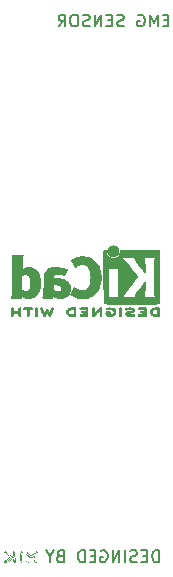
<source format=gbr>
%TF.GenerationSoftware,KiCad,Pcbnew,9.0.6*%
%TF.CreationDate,2026-01-22T12:37:59+05:30*%
%TF.ProjectId,Muscle sensor,4d757363-6c65-4207-9365-6e736f722e6b,rev?*%
%TF.SameCoordinates,Original*%
%TF.FileFunction,Legend,Bot*%
%TF.FilePolarity,Positive*%
%FSLAX46Y46*%
G04 Gerber Fmt 4.6, Leading zero omitted, Abs format (unit mm)*
G04 Created by KiCad (PCBNEW 9.0.6) date 2026-01-22 12:37:59*
%MOMM*%
%LPD*%
G01*
G04 APERTURE LIST*
%ADD10C,0.200000*%
%ADD11C,0.010000*%
%ADD12C,0.000000*%
G04 APERTURE END LIST*
D10*
X173310326Y-60463409D02*
X172976993Y-60463409D01*
X172834136Y-60987219D02*
X173310326Y-60987219D01*
X173310326Y-60987219D02*
X173310326Y-59987219D01*
X173310326Y-59987219D02*
X172834136Y-59987219D01*
X172405564Y-60987219D02*
X172405564Y-59987219D01*
X172405564Y-59987219D02*
X172072231Y-60701504D01*
X172072231Y-60701504D02*
X171738898Y-59987219D01*
X171738898Y-59987219D02*
X171738898Y-60987219D01*
X170738898Y-60034838D02*
X170834136Y-59987219D01*
X170834136Y-59987219D02*
X170976993Y-59987219D01*
X170976993Y-59987219D02*
X171119850Y-60034838D01*
X171119850Y-60034838D02*
X171215088Y-60130076D01*
X171215088Y-60130076D02*
X171262707Y-60225314D01*
X171262707Y-60225314D02*
X171310326Y-60415790D01*
X171310326Y-60415790D02*
X171310326Y-60558647D01*
X171310326Y-60558647D02*
X171262707Y-60749123D01*
X171262707Y-60749123D02*
X171215088Y-60844361D01*
X171215088Y-60844361D02*
X171119850Y-60939600D01*
X171119850Y-60939600D02*
X170976993Y-60987219D01*
X170976993Y-60987219D02*
X170881755Y-60987219D01*
X170881755Y-60987219D02*
X170738898Y-60939600D01*
X170738898Y-60939600D02*
X170691279Y-60891980D01*
X170691279Y-60891980D02*
X170691279Y-60558647D01*
X170691279Y-60558647D02*
X170881755Y-60558647D01*
X169548421Y-60939600D02*
X169405564Y-60987219D01*
X169405564Y-60987219D02*
X169167469Y-60987219D01*
X169167469Y-60987219D02*
X169072231Y-60939600D01*
X169072231Y-60939600D02*
X169024612Y-60891980D01*
X169024612Y-60891980D02*
X168976993Y-60796742D01*
X168976993Y-60796742D02*
X168976993Y-60701504D01*
X168976993Y-60701504D02*
X169024612Y-60606266D01*
X169024612Y-60606266D02*
X169072231Y-60558647D01*
X169072231Y-60558647D02*
X169167469Y-60511028D01*
X169167469Y-60511028D02*
X169357945Y-60463409D01*
X169357945Y-60463409D02*
X169453183Y-60415790D01*
X169453183Y-60415790D02*
X169500802Y-60368171D01*
X169500802Y-60368171D02*
X169548421Y-60272933D01*
X169548421Y-60272933D02*
X169548421Y-60177695D01*
X169548421Y-60177695D02*
X169500802Y-60082457D01*
X169500802Y-60082457D02*
X169453183Y-60034838D01*
X169453183Y-60034838D02*
X169357945Y-59987219D01*
X169357945Y-59987219D02*
X169119850Y-59987219D01*
X169119850Y-59987219D02*
X168976993Y-60034838D01*
X168548421Y-60463409D02*
X168215088Y-60463409D01*
X168072231Y-60987219D02*
X168548421Y-60987219D01*
X168548421Y-60987219D02*
X168548421Y-59987219D01*
X168548421Y-59987219D02*
X168072231Y-59987219D01*
X167643659Y-60987219D02*
X167643659Y-59987219D01*
X167643659Y-59987219D02*
X167072231Y-60987219D01*
X167072231Y-60987219D02*
X167072231Y-59987219D01*
X166643659Y-60939600D02*
X166500802Y-60987219D01*
X166500802Y-60987219D02*
X166262707Y-60987219D01*
X166262707Y-60987219D02*
X166167469Y-60939600D01*
X166167469Y-60939600D02*
X166119850Y-60891980D01*
X166119850Y-60891980D02*
X166072231Y-60796742D01*
X166072231Y-60796742D02*
X166072231Y-60701504D01*
X166072231Y-60701504D02*
X166119850Y-60606266D01*
X166119850Y-60606266D02*
X166167469Y-60558647D01*
X166167469Y-60558647D02*
X166262707Y-60511028D01*
X166262707Y-60511028D02*
X166453183Y-60463409D01*
X166453183Y-60463409D02*
X166548421Y-60415790D01*
X166548421Y-60415790D02*
X166596040Y-60368171D01*
X166596040Y-60368171D02*
X166643659Y-60272933D01*
X166643659Y-60272933D02*
X166643659Y-60177695D01*
X166643659Y-60177695D02*
X166596040Y-60082457D01*
X166596040Y-60082457D02*
X166548421Y-60034838D01*
X166548421Y-60034838D02*
X166453183Y-59987219D01*
X166453183Y-59987219D02*
X166215088Y-59987219D01*
X166215088Y-59987219D02*
X166072231Y-60034838D01*
X165453183Y-59987219D02*
X165262707Y-59987219D01*
X165262707Y-59987219D02*
X165167469Y-60034838D01*
X165167469Y-60034838D02*
X165072231Y-60130076D01*
X165072231Y-60130076D02*
X165024612Y-60320552D01*
X165024612Y-60320552D02*
X165024612Y-60653885D01*
X165024612Y-60653885D02*
X165072231Y-60844361D01*
X165072231Y-60844361D02*
X165167469Y-60939600D01*
X165167469Y-60939600D02*
X165262707Y-60987219D01*
X165262707Y-60987219D02*
X165453183Y-60987219D01*
X165453183Y-60987219D02*
X165548421Y-60939600D01*
X165548421Y-60939600D02*
X165643659Y-60844361D01*
X165643659Y-60844361D02*
X165691278Y-60653885D01*
X165691278Y-60653885D02*
X165691278Y-60320552D01*
X165691278Y-60320552D02*
X165643659Y-60130076D01*
X165643659Y-60130076D02*
X165548421Y-60034838D01*
X165548421Y-60034838D02*
X165453183Y-59987219D01*
X164024612Y-60987219D02*
X164357945Y-60511028D01*
X164596040Y-60987219D02*
X164596040Y-59987219D01*
X164596040Y-59987219D02*
X164215088Y-59987219D01*
X164215088Y-59987219D02*
X164119850Y-60034838D01*
X164119850Y-60034838D02*
X164072231Y-60082457D01*
X164072231Y-60082457D02*
X164024612Y-60177695D01*
X164024612Y-60177695D02*
X164024612Y-60320552D01*
X164024612Y-60320552D02*
X164072231Y-60415790D01*
X164072231Y-60415790D02*
X164119850Y-60463409D01*
X164119850Y-60463409D02*
X164215088Y-60511028D01*
X164215088Y-60511028D02*
X164596040Y-60511028D01*
X172510326Y-106337219D02*
X172510326Y-105337219D01*
X172510326Y-105337219D02*
X172272231Y-105337219D01*
X172272231Y-105337219D02*
X172129374Y-105384838D01*
X172129374Y-105384838D02*
X172034136Y-105480076D01*
X172034136Y-105480076D02*
X171986517Y-105575314D01*
X171986517Y-105575314D02*
X171938898Y-105765790D01*
X171938898Y-105765790D02*
X171938898Y-105908647D01*
X171938898Y-105908647D02*
X171986517Y-106099123D01*
X171986517Y-106099123D02*
X172034136Y-106194361D01*
X172034136Y-106194361D02*
X172129374Y-106289600D01*
X172129374Y-106289600D02*
X172272231Y-106337219D01*
X172272231Y-106337219D02*
X172510326Y-106337219D01*
X171510326Y-105813409D02*
X171176993Y-105813409D01*
X171034136Y-106337219D02*
X171510326Y-106337219D01*
X171510326Y-106337219D02*
X171510326Y-105337219D01*
X171510326Y-105337219D02*
X171034136Y-105337219D01*
X170653183Y-106289600D02*
X170510326Y-106337219D01*
X170510326Y-106337219D02*
X170272231Y-106337219D01*
X170272231Y-106337219D02*
X170176993Y-106289600D01*
X170176993Y-106289600D02*
X170129374Y-106241980D01*
X170129374Y-106241980D02*
X170081755Y-106146742D01*
X170081755Y-106146742D02*
X170081755Y-106051504D01*
X170081755Y-106051504D02*
X170129374Y-105956266D01*
X170129374Y-105956266D02*
X170176993Y-105908647D01*
X170176993Y-105908647D02*
X170272231Y-105861028D01*
X170272231Y-105861028D02*
X170462707Y-105813409D01*
X170462707Y-105813409D02*
X170557945Y-105765790D01*
X170557945Y-105765790D02*
X170605564Y-105718171D01*
X170605564Y-105718171D02*
X170653183Y-105622933D01*
X170653183Y-105622933D02*
X170653183Y-105527695D01*
X170653183Y-105527695D02*
X170605564Y-105432457D01*
X170605564Y-105432457D02*
X170557945Y-105384838D01*
X170557945Y-105384838D02*
X170462707Y-105337219D01*
X170462707Y-105337219D02*
X170224612Y-105337219D01*
X170224612Y-105337219D02*
X170081755Y-105384838D01*
X169653183Y-106337219D02*
X169653183Y-105337219D01*
X169176993Y-106337219D02*
X169176993Y-105337219D01*
X169176993Y-105337219D02*
X168605565Y-106337219D01*
X168605565Y-106337219D02*
X168605565Y-105337219D01*
X167605565Y-105384838D02*
X167700803Y-105337219D01*
X167700803Y-105337219D02*
X167843660Y-105337219D01*
X167843660Y-105337219D02*
X167986517Y-105384838D01*
X167986517Y-105384838D02*
X168081755Y-105480076D01*
X168081755Y-105480076D02*
X168129374Y-105575314D01*
X168129374Y-105575314D02*
X168176993Y-105765790D01*
X168176993Y-105765790D02*
X168176993Y-105908647D01*
X168176993Y-105908647D02*
X168129374Y-106099123D01*
X168129374Y-106099123D02*
X168081755Y-106194361D01*
X168081755Y-106194361D02*
X167986517Y-106289600D01*
X167986517Y-106289600D02*
X167843660Y-106337219D01*
X167843660Y-106337219D02*
X167748422Y-106337219D01*
X167748422Y-106337219D02*
X167605565Y-106289600D01*
X167605565Y-106289600D02*
X167557946Y-106241980D01*
X167557946Y-106241980D02*
X167557946Y-105908647D01*
X167557946Y-105908647D02*
X167748422Y-105908647D01*
X167129374Y-105813409D02*
X166796041Y-105813409D01*
X166653184Y-106337219D02*
X167129374Y-106337219D01*
X167129374Y-106337219D02*
X167129374Y-105337219D01*
X167129374Y-105337219D02*
X166653184Y-105337219D01*
X166224612Y-106337219D02*
X166224612Y-105337219D01*
X166224612Y-105337219D02*
X165986517Y-105337219D01*
X165986517Y-105337219D02*
X165843660Y-105384838D01*
X165843660Y-105384838D02*
X165748422Y-105480076D01*
X165748422Y-105480076D02*
X165700803Y-105575314D01*
X165700803Y-105575314D02*
X165653184Y-105765790D01*
X165653184Y-105765790D02*
X165653184Y-105908647D01*
X165653184Y-105908647D02*
X165700803Y-106099123D01*
X165700803Y-106099123D02*
X165748422Y-106194361D01*
X165748422Y-106194361D02*
X165843660Y-106289600D01*
X165843660Y-106289600D02*
X165986517Y-106337219D01*
X165986517Y-106337219D02*
X166224612Y-106337219D01*
X164129374Y-105813409D02*
X163986517Y-105861028D01*
X163986517Y-105861028D02*
X163938898Y-105908647D01*
X163938898Y-105908647D02*
X163891279Y-106003885D01*
X163891279Y-106003885D02*
X163891279Y-106146742D01*
X163891279Y-106146742D02*
X163938898Y-106241980D01*
X163938898Y-106241980D02*
X163986517Y-106289600D01*
X163986517Y-106289600D02*
X164081755Y-106337219D01*
X164081755Y-106337219D02*
X164462707Y-106337219D01*
X164462707Y-106337219D02*
X164462707Y-105337219D01*
X164462707Y-105337219D02*
X164129374Y-105337219D01*
X164129374Y-105337219D02*
X164034136Y-105384838D01*
X164034136Y-105384838D02*
X163986517Y-105432457D01*
X163986517Y-105432457D02*
X163938898Y-105527695D01*
X163938898Y-105527695D02*
X163938898Y-105622933D01*
X163938898Y-105622933D02*
X163986517Y-105718171D01*
X163986517Y-105718171D02*
X164034136Y-105765790D01*
X164034136Y-105765790D02*
X164129374Y-105813409D01*
X164129374Y-105813409D02*
X164462707Y-105813409D01*
X163272231Y-105861028D02*
X163272231Y-106337219D01*
X163605564Y-105337219D02*
X163272231Y-105861028D01*
X163272231Y-105861028D02*
X162938898Y-105337219D01*
D11*
%TO.C,REF\u002A\u002A*%
X162125406Y-84784949D02*
X162151127Y-84800647D01*
X162177778Y-84822227D01*
X162177778Y-85469684D01*
X162151127Y-85491264D01*
X162119767Y-85508739D01*
X162083966Y-85509575D01*
X162052528Y-85489082D01*
X162048652Y-85484416D01*
X162043186Y-85474949D01*
X162038979Y-85461267D01*
X162035867Y-85440748D01*
X162033687Y-85410768D01*
X162032276Y-85368704D01*
X162031471Y-85311932D01*
X162031107Y-85237830D01*
X162031022Y-85143773D01*
X162031022Y-84822227D01*
X162057673Y-84800647D01*
X162081386Y-84785877D01*
X162104400Y-84779067D01*
X162125406Y-84784949D01*
G36*
X162125406Y-84784949D02*
G01*
X162151127Y-84800647D01*
X162177778Y-84822227D01*
X162177778Y-85469684D01*
X162151127Y-85491264D01*
X162119767Y-85508739D01*
X162083966Y-85509575D01*
X162052528Y-85489082D01*
X162048652Y-85484416D01*
X162043186Y-85474949D01*
X162038979Y-85461267D01*
X162035867Y-85440748D01*
X162033687Y-85410768D01*
X162032276Y-85368704D01*
X162031471Y-85311932D01*
X162031107Y-85237830D01*
X162031022Y-85143773D01*
X162031022Y-84822227D01*
X162057673Y-84800647D01*
X162081386Y-84785877D01*
X162104400Y-84779067D01*
X162125406Y-84784949D01*
G37*
X169256137Y-84783463D02*
X169290291Y-84806776D01*
X169318000Y-84834485D01*
X169318000Y-85147537D01*
X169317959Y-85231567D01*
X169317701Y-85305789D01*
X169317030Y-85362541D01*
X169315752Y-85404512D01*
X169313673Y-85434389D01*
X169310599Y-85454861D01*
X169306334Y-85468614D01*
X169300684Y-85478337D01*
X169293455Y-85486717D01*
X169261991Y-85508181D01*
X169226826Y-85509947D01*
X169193822Y-85490267D01*
X169188516Y-85484398D01*
X169183066Y-85475314D01*
X169178900Y-85461973D01*
X169175846Y-85441757D01*
X169173732Y-85412049D01*
X169172386Y-85370232D01*
X169171638Y-85313689D01*
X169171314Y-85239802D01*
X169171245Y-85145956D01*
X169171284Y-85070294D01*
X169171539Y-84992385D01*
X169172183Y-84932375D01*
X169173387Y-84887648D01*
X169175324Y-84855585D01*
X169178164Y-84833571D01*
X169182079Y-84818987D01*
X169187242Y-84809218D01*
X169193822Y-84801645D01*
X169223006Y-84782623D01*
X169256137Y-84783463D01*
G36*
X169256137Y-84783463D02*
G01*
X169290291Y-84806776D01*
X169318000Y-84834485D01*
X169318000Y-85147537D01*
X169317959Y-85231567D01*
X169317701Y-85305789D01*
X169317030Y-85362541D01*
X169315752Y-85404512D01*
X169313673Y-85434389D01*
X169310599Y-85454861D01*
X169306334Y-85468614D01*
X169300684Y-85478337D01*
X169293455Y-85486717D01*
X169261991Y-85508181D01*
X169226826Y-85509947D01*
X169193822Y-85490267D01*
X169188516Y-85484398D01*
X169183066Y-85475314D01*
X169178900Y-85461973D01*
X169175846Y-85441757D01*
X169173732Y-85412049D01*
X169172386Y-85370232D01*
X169171638Y-85313689D01*
X169171314Y-85239802D01*
X169171245Y-85145956D01*
X169171284Y-85070294D01*
X169171539Y-84992385D01*
X169172183Y-84932375D01*
X169173387Y-84887648D01*
X169175324Y-84855585D01*
X169178164Y-84833571D01*
X169182079Y-84818987D01*
X169187242Y-84809218D01*
X169193822Y-84801645D01*
X169223006Y-84782623D01*
X169256137Y-84783463D01*
G37*
X168724562Y-79542850D02*
X168807313Y-79570053D01*
X168882406Y-79615484D01*
X168954298Y-79681302D01*
X168992846Y-79725567D01*
X169032256Y-79783961D01*
X169057446Y-79844586D01*
X169070861Y-79913865D01*
X169074948Y-79998222D01*
X169074669Y-80044307D01*
X169072460Y-80085450D01*
X169066894Y-80117582D01*
X169056586Y-80148122D01*
X169040148Y-80184489D01*
X169026200Y-80211728D01*
X168967665Y-80297429D01*
X168895619Y-80366617D01*
X168811947Y-80417741D01*
X168718531Y-80449250D01*
X168685434Y-80456225D01*
X168644960Y-80463094D01*
X168611999Y-80464919D01*
X168577698Y-80461947D01*
X168533200Y-80454426D01*
X168481934Y-80442002D01*
X168391434Y-80404112D01*
X168312345Y-80349836D01*
X168246528Y-80281770D01*
X168195840Y-80202511D01*
X168162140Y-80114654D01*
X168147286Y-80020795D01*
X168153136Y-79923530D01*
X168179399Y-79827220D01*
X168224418Y-79738494D01*
X168285373Y-79663419D01*
X168360184Y-79603641D01*
X168446768Y-79560809D01*
X168543043Y-79536571D01*
X168646928Y-79532576D01*
X168724562Y-79542850D01*
G36*
X168724562Y-79542850D02*
G01*
X168807313Y-79570053D01*
X168882406Y-79615484D01*
X168954298Y-79681302D01*
X168992846Y-79725567D01*
X169032256Y-79783961D01*
X169057446Y-79844586D01*
X169070861Y-79913865D01*
X169074948Y-79998222D01*
X169074669Y-80044307D01*
X169072460Y-80085450D01*
X169066894Y-80117582D01*
X169056586Y-80148122D01*
X169040148Y-80184489D01*
X169026200Y-80211728D01*
X168967665Y-80297429D01*
X168895619Y-80366617D01*
X168811947Y-80417741D01*
X168718531Y-80449250D01*
X168685434Y-80456225D01*
X168644960Y-80463094D01*
X168611999Y-80464919D01*
X168577698Y-80461947D01*
X168533200Y-80454426D01*
X168481934Y-80442002D01*
X168391434Y-80404112D01*
X168312345Y-80349836D01*
X168246528Y-80281770D01*
X168195840Y-80202511D01*
X168162140Y-80114654D01*
X168147286Y-80020795D01*
X168153136Y-79923530D01*
X168179399Y-79827220D01*
X168224418Y-79738494D01*
X168285373Y-79663419D01*
X168360184Y-79603641D01*
X168446768Y-79560809D01*
X168543043Y-79536571D01*
X168646928Y-79532576D01*
X168724562Y-79542850D01*
G37*
X161425767Y-84779068D02*
X161519890Y-84779158D01*
X161594405Y-84779498D01*
X161651811Y-84780239D01*
X161694611Y-84781535D01*
X161725304Y-84783537D01*
X161746391Y-84786396D01*
X161760373Y-84790266D01*
X161769750Y-84795298D01*
X161777022Y-84801645D01*
X161795828Y-84834362D01*
X161797275Y-84871939D01*
X161780917Y-84905178D01*
X161779557Y-84906631D01*
X161768354Y-84914992D01*
X161751252Y-84920547D01*
X161724082Y-84923840D01*
X161682678Y-84925418D01*
X161622873Y-84925822D01*
X161483511Y-84925822D01*
X161483511Y-85189589D01*
X161483436Y-85265417D01*
X161483028Y-85332083D01*
X161482046Y-85381867D01*
X161480250Y-85417784D01*
X161477399Y-85442850D01*
X161473253Y-85460081D01*
X161467571Y-85472492D01*
X161460114Y-85483100D01*
X161457824Y-85485906D01*
X161426646Y-85508548D01*
X161392266Y-85510112D01*
X161359334Y-85490267D01*
X161352355Y-85482191D01*
X161346883Y-85471593D01*
X161342863Y-85455749D01*
X161340072Y-85431773D01*
X161338288Y-85396774D01*
X161337289Y-85347864D01*
X161336852Y-85282154D01*
X161336756Y-85196756D01*
X161336756Y-84925822D01*
X161190820Y-84925822D01*
X161179720Y-84925821D01*
X161123202Y-84925596D01*
X161084358Y-84924457D01*
X161058965Y-84921657D01*
X161042804Y-84916450D01*
X161031652Y-84908089D01*
X161021289Y-84895826D01*
X161005441Y-84865138D01*
X161008543Y-84831358D01*
X161034187Y-84798822D01*
X161039129Y-84795105D01*
X161049338Y-84790269D01*
X161064764Y-84786506D01*
X161087886Y-84783683D01*
X161121183Y-84781670D01*
X161167137Y-84780333D01*
X161228228Y-84779542D01*
X161306935Y-84779163D01*
X161405740Y-84779067D01*
X161425767Y-84779068D01*
G36*
X161425767Y-84779068D02*
G01*
X161519890Y-84779158D01*
X161594405Y-84779498D01*
X161651811Y-84780239D01*
X161694611Y-84781535D01*
X161725304Y-84783537D01*
X161746391Y-84786396D01*
X161760373Y-84790266D01*
X161769750Y-84795298D01*
X161777022Y-84801645D01*
X161795828Y-84834362D01*
X161797275Y-84871939D01*
X161780917Y-84905178D01*
X161779557Y-84906631D01*
X161768354Y-84914992D01*
X161751252Y-84920547D01*
X161724082Y-84923840D01*
X161682678Y-84925418D01*
X161622873Y-84925822D01*
X161483511Y-84925822D01*
X161483511Y-85189589D01*
X161483436Y-85265417D01*
X161483028Y-85332083D01*
X161482046Y-85381867D01*
X161480250Y-85417784D01*
X161477399Y-85442850D01*
X161473253Y-85460081D01*
X161467571Y-85472492D01*
X161460114Y-85483100D01*
X161457824Y-85485906D01*
X161426646Y-85508548D01*
X161392266Y-85510112D01*
X161359334Y-85490267D01*
X161352355Y-85482191D01*
X161346883Y-85471593D01*
X161342863Y-85455749D01*
X161340072Y-85431773D01*
X161338288Y-85396774D01*
X161337289Y-85347864D01*
X161336852Y-85282154D01*
X161336756Y-85196756D01*
X161336756Y-84925822D01*
X161190820Y-84925822D01*
X161179720Y-84925821D01*
X161123202Y-84925596D01*
X161084358Y-84924457D01*
X161058965Y-84921657D01*
X161042804Y-84916450D01*
X161031652Y-84908089D01*
X161021289Y-84895826D01*
X161005441Y-84865138D01*
X161008543Y-84831358D01*
X161034187Y-84798822D01*
X161039129Y-84795105D01*
X161049338Y-84790269D01*
X161064764Y-84786506D01*
X161087886Y-84783683D01*
X161121183Y-84781670D01*
X161167137Y-84780333D01*
X161228228Y-84779542D01*
X161306935Y-84779163D01*
X161405740Y-84779067D01*
X161425767Y-84779068D01*
G37*
X160749734Y-84801645D02*
X160755366Y-84807835D01*
X160760456Y-84816041D01*
X160764543Y-84827817D01*
X160767721Y-84845276D01*
X160770087Y-84870530D01*
X160771738Y-84905690D01*
X160772769Y-84952869D01*
X160773277Y-85014177D01*
X160773359Y-85091727D01*
X160773109Y-85187631D01*
X160772625Y-85304000D01*
X160772557Y-85318175D01*
X160771971Y-85379937D01*
X160770648Y-85423620D01*
X160768103Y-85453001D01*
X160763848Y-85471855D01*
X160757396Y-85483959D01*
X160748262Y-85493089D01*
X160714804Y-85510506D01*
X160679856Y-85507604D01*
X160648953Y-85483100D01*
X160639944Y-85469897D01*
X160632492Y-85451361D01*
X160628124Y-85425333D01*
X160626069Y-85386787D01*
X160625556Y-85330700D01*
X160625556Y-85208045D01*
X160128845Y-85208045D01*
X160128845Y-85342871D01*
X160128772Y-85378662D01*
X160128009Y-85424992D01*
X160125833Y-85455526D01*
X160121536Y-85474557D01*
X160114412Y-85486374D01*
X160103755Y-85495271D01*
X160071504Y-85510341D01*
X160036217Y-85507673D01*
X160005486Y-85483100D01*
X160000831Y-85476845D01*
X159994895Y-85466321D01*
X159990364Y-85452391D01*
X159987048Y-85432317D01*
X159984759Y-85403360D01*
X159983308Y-85362780D01*
X159982505Y-85307840D01*
X159982162Y-85235799D01*
X159982089Y-85143920D01*
X159982089Y-84834485D01*
X160009798Y-84806776D01*
X160041177Y-84784533D01*
X160074406Y-84781844D01*
X160106267Y-84801645D01*
X160114553Y-84811415D01*
X160121965Y-84827307D01*
X160126302Y-84851275D01*
X160128338Y-84888148D01*
X160128845Y-84942756D01*
X160128845Y-85061289D01*
X160625556Y-85061289D01*
X160625556Y-84945776D01*
X160625994Y-84894078D01*
X160627958Y-84859554D01*
X160632474Y-84836978D01*
X160640567Y-84821126D01*
X160653265Y-84806776D01*
X160684643Y-84784533D01*
X160717872Y-84781844D01*
X160749734Y-84801645D01*
G36*
X160749734Y-84801645D02*
G01*
X160755366Y-84807835D01*
X160760456Y-84816041D01*
X160764543Y-84827817D01*
X160767721Y-84845276D01*
X160770087Y-84870530D01*
X160771738Y-84905690D01*
X160772769Y-84952869D01*
X160773277Y-85014177D01*
X160773359Y-85091727D01*
X160773109Y-85187631D01*
X160772625Y-85304000D01*
X160772557Y-85318175D01*
X160771971Y-85379937D01*
X160770648Y-85423620D01*
X160768103Y-85453001D01*
X160763848Y-85471855D01*
X160757396Y-85483959D01*
X160748262Y-85493089D01*
X160714804Y-85510506D01*
X160679856Y-85507604D01*
X160648953Y-85483100D01*
X160639944Y-85469897D01*
X160632492Y-85451361D01*
X160628124Y-85425333D01*
X160626069Y-85386787D01*
X160625556Y-85330700D01*
X160625556Y-85208045D01*
X160128845Y-85208045D01*
X160128845Y-85342871D01*
X160128772Y-85378662D01*
X160128009Y-85424992D01*
X160125833Y-85455526D01*
X160121536Y-85474557D01*
X160114412Y-85486374D01*
X160103755Y-85495271D01*
X160071504Y-85510341D01*
X160036217Y-85507673D01*
X160005486Y-85483100D01*
X160000831Y-85476845D01*
X159994895Y-85466321D01*
X159990364Y-85452391D01*
X159987048Y-85432317D01*
X159984759Y-85403360D01*
X159983308Y-85362780D01*
X159982505Y-85307840D01*
X159982162Y-85235799D01*
X159982089Y-85143920D01*
X159982089Y-84834485D01*
X160009798Y-84806776D01*
X160041177Y-84784533D01*
X160074406Y-84781844D01*
X160106267Y-84801645D01*
X160114553Y-84811415D01*
X160121965Y-84827307D01*
X160126302Y-84851275D01*
X160128338Y-84888148D01*
X160128845Y-84942756D01*
X160128845Y-85061289D01*
X160625556Y-85061289D01*
X160625556Y-84945776D01*
X160625994Y-84894078D01*
X160627958Y-84859554D01*
X160632474Y-84836978D01*
X160640567Y-84821126D01*
X160653265Y-84806776D01*
X160684643Y-84784533D01*
X160717872Y-84781844D01*
X160749734Y-84801645D01*
G37*
X165455133Y-85390396D02*
X165453163Y-85423175D01*
X165450235Y-85446095D01*
X165446158Y-85461897D01*
X165440743Y-85473319D01*
X165433803Y-85483100D01*
X165410406Y-85512845D01*
X165244714Y-85512251D01*
X165209918Y-85511953D01*
X165111435Y-85508522D01*
X165030473Y-85500839D01*
X164963379Y-85488282D01*
X164906496Y-85470227D01*
X164856169Y-85446052D01*
X164852810Y-85444135D01*
X164794998Y-85407417D01*
X164752644Y-85370451D01*
X164719828Y-85326966D01*
X164690628Y-85270689D01*
X164686346Y-85261073D01*
X164663769Y-85197887D01*
X164658034Y-85152333D01*
X164807279Y-85152333D01*
X164812892Y-85177061D01*
X164818618Y-85192939D01*
X164851548Y-85252847D01*
X164898886Y-85298600D01*
X164962652Y-85331736D01*
X165044861Y-85353790D01*
X165047655Y-85354292D01*
X165093940Y-85360255D01*
X165150336Y-85364483D01*
X165205274Y-85366089D01*
X165299156Y-85366089D01*
X165299156Y-84925822D01*
X165211667Y-84926270D01*
X165144747Y-84928746D01*
X165052349Y-84939998D01*
X164973034Y-84959537D01*
X164911060Y-84986511D01*
X164880120Y-85007240D01*
X164852000Y-85037006D01*
X164828660Y-85079434D01*
X164821533Y-85095400D01*
X164809709Y-85127902D01*
X164807279Y-85152333D01*
X164658034Y-85152333D01*
X164656797Y-85142509D01*
X164665399Y-85087483D01*
X164689541Y-85025351D01*
X164690337Y-85023658D01*
X164730788Y-84954236D01*
X164781473Y-84897638D01*
X164844198Y-84853070D01*
X164920774Y-84819741D01*
X165013009Y-84796861D01*
X165122712Y-84783636D01*
X165251691Y-84779275D01*
X165255263Y-84779270D01*
X165315283Y-84779410D01*
X165357214Y-84780446D01*
X165385328Y-84783040D01*
X165403897Y-84787853D01*
X165417194Y-84795544D01*
X165429491Y-84806776D01*
X165457200Y-84834485D01*
X165457200Y-85143920D01*
X165457175Y-85205526D01*
X165456950Y-85284311D01*
X165456332Y-85345021D01*
X165455775Y-85366089D01*
X165455133Y-85390396D01*
G36*
X165455133Y-85390396D02*
G01*
X165453163Y-85423175D01*
X165450235Y-85446095D01*
X165446158Y-85461897D01*
X165440743Y-85473319D01*
X165433803Y-85483100D01*
X165410406Y-85512845D01*
X165244714Y-85512251D01*
X165209918Y-85511953D01*
X165111435Y-85508522D01*
X165030473Y-85500839D01*
X164963379Y-85488282D01*
X164906496Y-85470227D01*
X164856169Y-85446052D01*
X164852810Y-85444135D01*
X164794998Y-85407417D01*
X164752644Y-85370451D01*
X164719828Y-85326966D01*
X164690628Y-85270689D01*
X164686346Y-85261073D01*
X164663769Y-85197887D01*
X164658034Y-85152333D01*
X164807279Y-85152333D01*
X164812892Y-85177061D01*
X164818618Y-85192939D01*
X164851548Y-85252847D01*
X164898886Y-85298600D01*
X164962652Y-85331736D01*
X165044861Y-85353790D01*
X165047655Y-85354292D01*
X165093940Y-85360255D01*
X165150336Y-85364483D01*
X165205274Y-85366089D01*
X165299156Y-85366089D01*
X165299156Y-84925822D01*
X165211667Y-84926270D01*
X165144747Y-84928746D01*
X165052349Y-84939998D01*
X164973034Y-84959537D01*
X164911060Y-84986511D01*
X164880120Y-85007240D01*
X164852000Y-85037006D01*
X164828660Y-85079434D01*
X164821533Y-85095400D01*
X164809709Y-85127902D01*
X164807279Y-85152333D01*
X164658034Y-85152333D01*
X164656797Y-85142509D01*
X164665399Y-85087483D01*
X164689541Y-85025351D01*
X164690337Y-85023658D01*
X164730788Y-84954236D01*
X164781473Y-84897638D01*
X164844198Y-84853070D01*
X164920774Y-84819741D01*
X165013009Y-84796861D01*
X165122712Y-84783636D01*
X165251691Y-84779275D01*
X165255263Y-84779270D01*
X165315283Y-84779410D01*
X165357214Y-84780446D01*
X165385328Y-84783040D01*
X165403897Y-84787853D01*
X165417194Y-84795544D01*
X165429491Y-84806776D01*
X165457200Y-84834485D01*
X165457200Y-85143920D01*
X165457175Y-85205526D01*
X165456950Y-85284311D01*
X165456332Y-85345021D01*
X165455775Y-85366089D01*
X165455133Y-85390396D01*
G37*
X172546817Y-84964427D02*
X172546870Y-85045041D01*
X172546622Y-85145956D01*
X172546583Y-85221617D01*
X172546328Y-85299526D01*
X172545684Y-85359536D01*
X172544480Y-85404264D01*
X172542543Y-85436326D01*
X172539703Y-85458340D01*
X172535788Y-85472924D01*
X172530626Y-85482694D01*
X172524045Y-85490267D01*
X172517077Y-85496501D01*
X172504079Y-85503801D01*
X172484931Y-85508554D01*
X172455528Y-85511292D01*
X172411762Y-85512545D01*
X172349528Y-85512845D01*
X172300582Y-85512469D01*
X172193722Y-85508041D01*
X172104494Y-85497953D01*
X172029696Y-85481365D01*
X171966125Y-85457435D01*
X171910579Y-85425321D01*
X171859854Y-85384182D01*
X171853866Y-85378330D01*
X171816999Y-85329821D01*
X171785899Y-85269013D01*
X171764417Y-85204769D01*
X171759136Y-85166026D01*
X171906353Y-85166026D01*
X171924635Y-85216961D01*
X171954305Y-85262878D01*
X172001002Y-85305287D01*
X172062392Y-85335090D01*
X172141538Y-85354226D01*
X172143028Y-85354464D01*
X172191999Y-85360256D01*
X172250693Y-85364396D01*
X172306734Y-85366004D01*
X172399867Y-85366089D01*
X172399867Y-84925822D01*
X172323667Y-84925808D01*
X172320639Y-84925817D01*
X172269519Y-84927782D01*
X172209416Y-84932507D01*
X172152708Y-84939035D01*
X172102750Y-84948331D01*
X172027998Y-84974600D01*
X171970489Y-85013899D01*
X171928988Y-85066933D01*
X171907771Y-85118200D01*
X171906353Y-85166026D01*
X171759136Y-85166026D01*
X171756400Y-85145956D01*
X171757679Y-85124739D01*
X171769991Y-85067323D01*
X171792520Y-85007413D01*
X171821750Y-84953363D01*
X171854167Y-84913532D01*
X171873708Y-84896510D01*
X171928420Y-84857322D01*
X171988723Y-84827193D01*
X172057919Y-84805232D01*
X172139311Y-84790550D01*
X172236200Y-84782259D01*
X172351889Y-84779467D01*
X172391371Y-84779066D01*
X172437082Y-84778653D01*
X172472883Y-84780457D01*
X172499974Y-84786739D01*
X172519556Y-84799759D01*
X172532830Y-84821778D01*
X172540998Y-84855055D01*
X172545260Y-84901851D01*
X172545857Y-84925822D01*
X172546817Y-84964427D01*
G36*
X172546817Y-84964427D02*
G01*
X172546870Y-85045041D01*
X172546622Y-85145956D01*
X172546583Y-85221617D01*
X172546328Y-85299526D01*
X172545684Y-85359536D01*
X172544480Y-85404264D01*
X172542543Y-85436326D01*
X172539703Y-85458340D01*
X172535788Y-85472924D01*
X172530626Y-85482694D01*
X172524045Y-85490267D01*
X172517077Y-85496501D01*
X172504079Y-85503801D01*
X172484931Y-85508554D01*
X172455528Y-85511292D01*
X172411762Y-85512545D01*
X172349528Y-85512845D01*
X172300582Y-85512469D01*
X172193722Y-85508041D01*
X172104494Y-85497953D01*
X172029696Y-85481365D01*
X171966125Y-85457435D01*
X171910579Y-85425321D01*
X171859854Y-85384182D01*
X171853866Y-85378330D01*
X171816999Y-85329821D01*
X171785899Y-85269013D01*
X171764417Y-85204769D01*
X171759136Y-85166026D01*
X171906353Y-85166026D01*
X171924635Y-85216961D01*
X171954305Y-85262878D01*
X172001002Y-85305287D01*
X172062392Y-85335090D01*
X172141538Y-85354226D01*
X172143028Y-85354464D01*
X172191999Y-85360256D01*
X172250693Y-85364396D01*
X172306734Y-85366004D01*
X172399867Y-85366089D01*
X172399867Y-84925822D01*
X172323667Y-84925808D01*
X172320639Y-84925817D01*
X172269519Y-84927782D01*
X172209416Y-84932507D01*
X172152708Y-84939035D01*
X172102750Y-84948331D01*
X172027998Y-84974600D01*
X171970489Y-85013899D01*
X171928988Y-85066933D01*
X171907771Y-85118200D01*
X171906353Y-85166026D01*
X171759136Y-85166026D01*
X171756400Y-85145956D01*
X171757679Y-85124739D01*
X171769991Y-85067323D01*
X171792520Y-85007413D01*
X171821750Y-84953363D01*
X171854167Y-84913532D01*
X171873708Y-84896510D01*
X171928420Y-84857322D01*
X171988723Y-84827193D01*
X172057919Y-84805232D01*
X172139311Y-84790550D01*
X172236200Y-84782259D01*
X172351889Y-84779467D01*
X172391371Y-84779066D01*
X172437082Y-84778653D01*
X172472883Y-84780457D01*
X172499974Y-84786739D01*
X172519556Y-84799759D01*
X172532830Y-84821778D01*
X172540998Y-84855055D01*
X172545260Y-84901851D01*
X172545857Y-84925822D01*
X172546817Y-84964427D01*
G37*
X167601893Y-84777892D02*
X167613301Y-84784029D01*
X167623850Y-84794691D01*
X167635136Y-84808811D01*
X167639589Y-84814772D01*
X167645588Y-84825268D01*
X167650167Y-84839093D01*
X167653519Y-84858998D01*
X167655833Y-84887732D01*
X167657301Y-84928045D01*
X167658113Y-84982687D01*
X167658460Y-85054407D01*
X167658534Y-85145956D01*
X167658511Y-85204486D01*
X167658292Y-85283573D01*
X167657683Y-85344516D01*
X167656492Y-85390062D01*
X167654529Y-85422963D01*
X167651603Y-85445968D01*
X167647523Y-85461826D01*
X167642097Y-85473286D01*
X167635136Y-85483100D01*
X167604708Y-85507493D01*
X167569765Y-85510372D01*
X167532784Y-85491282D01*
X167528600Y-85487807D01*
X167520424Y-85479279D01*
X167514364Y-85467728D01*
X167509981Y-85449896D01*
X167506839Y-85422524D01*
X167504502Y-85382354D01*
X167502531Y-85326128D01*
X167500489Y-85250589D01*
X167494845Y-85031458D01*
X167229556Y-85272099D01*
X167155722Y-85338875D01*
X167090542Y-85396991D01*
X167038348Y-85441949D01*
X166997273Y-85474871D01*
X166965455Y-85496879D01*
X166941026Y-85509094D01*
X166922124Y-85512639D01*
X166906883Y-85508636D01*
X166893439Y-85498207D01*
X166879927Y-85482474D01*
X166873682Y-85473991D01*
X166868050Y-85463413D01*
X166863839Y-85449255D01*
X166860887Y-85428803D01*
X166859032Y-85399342D01*
X166858113Y-85358161D01*
X166857968Y-85302544D01*
X166858435Y-85229779D01*
X166859352Y-85137151D01*
X166862667Y-84822199D01*
X166889318Y-84800633D01*
X166915383Y-84784441D01*
X166948241Y-84781670D01*
X166982772Y-84800623D01*
X166987084Y-84804208D01*
X166995216Y-84812737D01*
X167001245Y-84824329D01*
X167005606Y-84842235D01*
X167008734Y-84869706D01*
X167011063Y-84909994D01*
X167013029Y-84966351D01*
X167015067Y-85042029D01*
X167020711Y-85261878D01*
X167201334Y-85098084D01*
X167288072Y-85019451D01*
X167363843Y-84951058D01*
X167425980Y-84895708D01*
X167476078Y-84852338D01*
X167515735Y-84819881D01*
X167546548Y-84797273D01*
X167570114Y-84783448D01*
X167588030Y-84777343D01*
X167601893Y-84777892D01*
G36*
X167601893Y-84777892D02*
G01*
X167613301Y-84784029D01*
X167623850Y-84794691D01*
X167635136Y-84808811D01*
X167639589Y-84814772D01*
X167645588Y-84825268D01*
X167650167Y-84839093D01*
X167653519Y-84858998D01*
X167655833Y-84887732D01*
X167657301Y-84928045D01*
X167658113Y-84982687D01*
X167658460Y-85054407D01*
X167658534Y-85145956D01*
X167658511Y-85204486D01*
X167658292Y-85283573D01*
X167657683Y-85344516D01*
X167656492Y-85390062D01*
X167654529Y-85422963D01*
X167651603Y-85445968D01*
X167647523Y-85461826D01*
X167642097Y-85473286D01*
X167635136Y-85483100D01*
X167604708Y-85507493D01*
X167569765Y-85510372D01*
X167532784Y-85491282D01*
X167528600Y-85487807D01*
X167520424Y-85479279D01*
X167514364Y-85467728D01*
X167509981Y-85449896D01*
X167506839Y-85422524D01*
X167504502Y-85382354D01*
X167502531Y-85326128D01*
X167500489Y-85250589D01*
X167494845Y-85031458D01*
X167229556Y-85272099D01*
X167155722Y-85338875D01*
X167090542Y-85396991D01*
X167038348Y-85441949D01*
X166997273Y-85474871D01*
X166965455Y-85496879D01*
X166941026Y-85509094D01*
X166922124Y-85512639D01*
X166906883Y-85508636D01*
X166893439Y-85498207D01*
X166879927Y-85482474D01*
X166873682Y-85473991D01*
X166868050Y-85463413D01*
X166863839Y-85449255D01*
X166860887Y-85428803D01*
X166859032Y-85399342D01*
X166858113Y-85358161D01*
X166857968Y-85302544D01*
X166858435Y-85229779D01*
X166859352Y-85137151D01*
X166862667Y-84822199D01*
X166889318Y-84800633D01*
X166915383Y-84784441D01*
X166948241Y-84781670D01*
X166982772Y-84800623D01*
X166987084Y-84804208D01*
X166995216Y-84812737D01*
X167001245Y-84824329D01*
X167005606Y-84842235D01*
X167008734Y-84869706D01*
X167011063Y-84909994D01*
X167013029Y-84966351D01*
X167015067Y-85042029D01*
X167020711Y-85261878D01*
X167201334Y-85098084D01*
X167288072Y-85019451D01*
X167363843Y-84951058D01*
X167425980Y-84895708D01*
X167476078Y-84852338D01*
X167515735Y-84819881D01*
X167546548Y-84797273D01*
X167570114Y-84783448D01*
X167588030Y-84777343D01*
X167601893Y-84777892D01*
G37*
X168399150Y-84784179D02*
X168505157Y-84800494D01*
X168598969Y-84828545D01*
X168677765Y-84867452D01*
X168738719Y-84916334D01*
X168764789Y-84949195D01*
X168794297Y-84998394D01*
X168819568Y-85052252D01*
X168837218Y-85103419D01*
X168843858Y-85144544D01*
X168842298Y-85164259D01*
X168829357Y-85215592D01*
X168806194Y-85272118D01*
X168776302Y-85326035D01*
X168743173Y-85369539D01*
X168732977Y-85379887D01*
X168665892Y-85431662D01*
X168585766Y-85471554D01*
X168499556Y-85495956D01*
X168444592Y-85504068D01*
X168351139Y-85510673D01*
X168261358Y-85508586D01*
X168178869Y-85498340D01*
X168107286Y-85480470D01*
X168050228Y-85455508D01*
X168011311Y-85423988D01*
X168009936Y-85422012D01*
X168002848Y-85396786D01*
X167998609Y-85349535D01*
X167997200Y-85280071D01*
X167998060Y-85217838D01*
X168002780Y-85170456D01*
X168014470Y-85138353D01*
X168036239Y-85118800D01*
X168071198Y-85109070D01*
X168122456Y-85106433D01*
X168193123Y-85108161D01*
X168241743Y-85111173D01*
X168291939Y-85119366D01*
X168324433Y-85133419D01*
X168341892Y-85154654D01*
X168346983Y-85184394D01*
X168346877Y-85188936D01*
X168338175Y-85223730D01*
X168314165Y-85247147D01*
X168272900Y-85260347D01*
X168212431Y-85264489D01*
X168143956Y-85264489D01*
X168143956Y-85302841D01*
X168144006Y-85311976D01*
X168146227Y-85329227D01*
X168155494Y-85339521D01*
X168176875Y-85346459D01*
X168215436Y-85353641D01*
X168220910Y-85354575D01*
X168317860Y-85364478D01*
X168407852Y-85361559D01*
X168488760Y-85346829D01*
X168558459Y-85321299D01*
X168614824Y-85285978D01*
X168655729Y-85241879D01*
X168679051Y-85190012D01*
X168682663Y-85131388D01*
X168677145Y-85102494D01*
X168650461Y-85046604D01*
X168604273Y-85000945D01*
X168539291Y-84966108D01*
X168456229Y-84942690D01*
X168431555Y-84938241D01*
X168342226Y-84927742D01*
X168262419Y-84928971D01*
X168184326Y-84941906D01*
X168149183Y-84948696D01*
X168103745Y-84949713D01*
X168072430Y-84937182D01*
X168052277Y-84910395D01*
X168045893Y-84882148D01*
X168055379Y-84850924D01*
X168064708Y-84837499D01*
X168098943Y-84813967D01*
X168151565Y-84796095D01*
X168220081Y-84784599D01*
X168302000Y-84780192D01*
X168399150Y-84784179D01*
G36*
X168399150Y-84784179D02*
G01*
X168505157Y-84800494D01*
X168598969Y-84828545D01*
X168677765Y-84867452D01*
X168738719Y-84916334D01*
X168764789Y-84949195D01*
X168794297Y-84998394D01*
X168819568Y-85052252D01*
X168837218Y-85103419D01*
X168843858Y-85144544D01*
X168842298Y-85164259D01*
X168829357Y-85215592D01*
X168806194Y-85272118D01*
X168776302Y-85326035D01*
X168743173Y-85369539D01*
X168732977Y-85379887D01*
X168665892Y-85431662D01*
X168585766Y-85471554D01*
X168499556Y-85495956D01*
X168444592Y-85504068D01*
X168351139Y-85510673D01*
X168261358Y-85508586D01*
X168178869Y-85498340D01*
X168107286Y-85480470D01*
X168050228Y-85455508D01*
X168011311Y-85423988D01*
X168009936Y-85422012D01*
X168002848Y-85396786D01*
X167998609Y-85349535D01*
X167997200Y-85280071D01*
X167998060Y-85217838D01*
X168002780Y-85170456D01*
X168014470Y-85138353D01*
X168036239Y-85118800D01*
X168071198Y-85109070D01*
X168122456Y-85106433D01*
X168193123Y-85108161D01*
X168241743Y-85111173D01*
X168291939Y-85119366D01*
X168324433Y-85133419D01*
X168341892Y-85154654D01*
X168346983Y-85184394D01*
X168346877Y-85188936D01*
X168338175Y-85223730D01*
X168314165Y-85247147D01*
X168272900Y-85260347D01*
X168212431Y-85264489D01*
X168143956Y-85264489D01*
X168143956Y-85302841D01*
X168144006Y-85311976D01*
X168146227Y-85329227D01*
X168155494Y-85339521D01*
X168176875Y-85346459D01*
X168215436Y-85353641D01*
X168220910Y-85354575D01*
X168317860Y-85364478D01*
X168407852Y-85361559D01*
X168488760Y-85346829D01*
X168558459Y-85321299D01*
X168614824Y-85285978D01*
X168655729Y-85241879D01*
X168679051Y-85190012D01*
X168682663Y-85131388D01*
X168677145Y-85102494D01*
X168650461Y-85046604D01*
X168604273Y-85000945D01*
X168539291Y-84966108D01*
X168456229Y-84942690D01*
X168431555Y-84938241D01*
X168342226Y-84927742D01*
X168262419Y-84928971D01*
X168184326Y-84941906D01*
X168149183Y-84948696D01*
X168103745Y-84949713D01*
X168072430Y-84937182D01*
X168052277Y-84910395D01*
X168045893Y-84882148D01*
X168055379Y-84850924D01*
X168064708Y-84837499D01*
X168098943Y-84813967D01*
X168151565Y-84796095D01*
X168220081Y-84784599D01*
X168302000Y-84780192D01*
X168399150Y-84784179D01*
G37*
X166449803Y-84808811D02*
X166454752Y-84815495D01*
X166460596Y-84826066D01*
X166465057Y-84840153D01*
X166468321Y-84860478D01*
X166470574Y-84889765D01*
X166472002Y-84930737D01*
X166472792Y-84986117D01*
X166473129Y-85058628D01*
X166473200Y-85150994D01*
X166473171Y-85216911D01*
X166472939Y-85295228D01*
X166472319Y-85355496D01*
X166471126Y-85400393D01*
X166469179Y-85432602D01*
X166466294Y-85454800D01*
X166462288Y-85469669D01*
X166456979Y-85479889D01*
X166450183Y-85488138D01*
X166445668Y-85492795D01*
X166437438Y-85499282D01*
X166426078Y-85504194D01*
X166408810Y-85507749D01*
X166382855Y-85510167D01*
X166345436Y-85511667D01*
X166293773Y-85512467D01*
X166225089Y-85512787D01*
X166136606Y-85512845D01*
X166116931Y-85512838D01*
X166029906Y-85512572D01*
X165962254Y-85511806D01*
X165911299Y-85510392D01*
X165874367Y-85508180D01*
X165848783Y-85505022D01*
X165831871Y-85500769D01*
X165820957Y-85495271D01*
X165810464Y-85485285D01*
X165797203Y-85454168D01*
X165798386Y-85418280D01*
X165814550Y-85386733D01*
X165816739Y-85384457D01*
X165825427Y-85378189D01*
X165838769Y-85373523D01*
X165859752Y-85370227D01*
X165891363Y-85368068D01*
X165936590Y-85366814D01*
X165998420Y-85366231D01*
X166079839Y-85366089D01*
X166326445Y-85366089D01*
X166326445Y-85208045D01*
X166164006Y-85208045D01*
X166128338Y-85207964D01*
X166072568Y-85207167D01*
X166033430Y-85205162D01*
X166006976Y-85201521D01*
X165989259Y-85195812D01*
X165976329Y-85187607D01*
X165972686Y-85184423D01*
X165954278Y-85153448D01*
X165953644Y-85117112D01*
X165971183Y-85083493D01*
X165971245Y-85083424D01*
X165980916Y-85074798D01*
X165994209Y-85068742D01*
X166014917Y-85064811D01*
X166046828Y-85062556D01*
X166093734Y-85061531D01*
X166159424Y-85061289D01*
X166327571Y-85061289D01*
X166324186Y-84996378D01*
X166320800Y-84931467D01*
X166078723Y-84928414D01*
X166053707Y-84928086D01*
X165972087Y-84926606D01*
X165909768Y-84924222D01*
X165864154Y-84920227D01*
X165832652Y-84913913D01*
X165812667Y-84904574D01*
X165801604Y-84891503D01*
X165796869Y-84873992D01*
X165795867Y-84851335D01*
X165795873Y-84848970D01*
X165797027Y-84828939D01*
X165801824Y-84813146D01*
X165812632Y-84801090D01*
X165831817Y-84792267D01*
X165861745Y-84786175D01*
X165904783Y-84782311D01*
X165963299Y-84780174D01*
X166039657Y-84779260D01*
X166136226Y-84779067D01*
X166426406Y-84779067D01*
X166449803Y-84808811D01*
G36*
X166449803Y-84808811D02*
G01*
X166454752Y-84815495D01*
X166460596Y-84826066D01*
X166465057Y-84840153D01*
X166468321Y-84860478D01*
X166470574Y-84889765D01*
X166472002Y-84930737D01*
X166472792Y-84986117D01*
X166473129Y-85058628D01*
X166473200Y-85150994D01*
X166473171Y-85216911D01*
X166472939Y-85295228D01*
X166472319Y-85355496D01*
X166471126Y-85400393D01*
X166469179Y-85432602D01*
X166466294Y-85454800D01*
X166462288Y-85469669D01*
X166456979Y-85479889D01*
X166450183Y-85488138D01*
X166445668Y-85492795D01*
X166437438Y-85499282D01*
X166426078Y-85504194D01*
X166408810Y-85507749D01*
X166382855Y-85510167D01*
X166345436Y-85511667D01*
X166293773Y-85512467D01*
X166225089Y-85512787D01*
X166136606Y-85512845D01*
X166116931Y-85512838D01*
X166029906Y-85512572D01*
X165962254Y-85511806D01*
X165911299Y-85510392D01*
X165874367Y-85508180D01*
X165848783Y-85505022D01*
X165831871Y-85500769D01*
X165820957Y-85495271D01*
X165810464Y-85485285D01*
X165797203Y-85454168D01*
X165798386Y-85418280D01*
X165814550Y-85386733D01*
X165816739Y-85384457D01*
X165825427Y-85378189D01*
X165838769Y-85373523D01*
X165859752Y-85370227D01*
X165891363Y-85368068D01*
X165936590Y-85366814D01*
X165998420Y-85366231D01*
X166079839Y-85366089D01*
X166326445Y-85366089D01*
X166326445Y-85208045D01*
X166164006Y-85208045D01*
X166128338Y-85207964D01*
X166072568Y-85207167D01*
X166033430Y-85205162D01*
X166006976Y-85201521D01*
X165989259Y-85195812D01*
X165976329Y-85187607D01*
X165972686Y-85184423D01*
X165954278Y-85153448D01*
X165953644Y-85117112D01*
X165971183Y-85083493D01*
X165971245Y-85083424D01*
X165980916Y-85074798D01*
X165994209Y-85068742D01*
X166014917Y-85064811D01*
X166046828Y-85062556D01*
X166093734Y-85061531D01*
X166159424Y-85061289D01*
X166327571Y-85061289D01*
X166324186Y-84996378D01*
X166320800Y-84931467D01*
X166078723Y-84928414D01*
X166053707Y-84928086D01*
X165972087Y-84926606D01*
X165909768Y-84924222D01*
X165864154Y-84920227D01*
X165832652Y-84913913D01*
X165812667Y-84904574D01*
X165801604Y-84891503D01*
X165796869Y-84873992D01*
X165795867Y-84851335D01*
X165795873Y-84848970D01*
X165797027Y-84828939D01*
X165801824Y-84813146D01*
X165812632Y-84801090D01*
X165831817Y-84792267D01*
X165861745Y-84786175D01*
X165904783Y-84782311D01*
X165963299Y-84780174D01*
X166039657Y-84779260D01*
X166136226Y-84779067D01*
X166426406Y-84779067D01*
X166449803Y-84808811D01*
G37*
X171126734Y-84779083D02*
X171203831Y-84779275D01*
X171262777Y-84779860D01*
X171306364Y-84781051D01*
X171337383Y-84783064D01*
X171358625Y-84786112D01*
X171372882Y-84790409D01*
X171382945Y-84796172D01*
X171391606Y-84803612D01*
X171393391Y-84805293D01*
X171400635Y-84812832D01*
X171406277Y-84821850D01*
X171410517Y-84834984D01*
X171413556Y-84854872D01*
X171415594Y-84884151D01*
X171416830Y-84925458D01*
X171417465Y-84981431D01*
X171417700Y-85054707D01*
X171417734Y-85147923D01*
X171417697Y-85220713D01*
X171417448Y-85298889D01*
X171416812Y-85359103D01*
X171415615Y-85403982D01*
X171413684Y-85436152D01*
X171410846Y-85458239D01*
X171406927Y-85472870D01*
X171401755Y-85482670D01*
X171395156Y-85490267D01*
X171391822Y-85493444D01*
X171383300Y-85499554D01*
X171371298Y-85504229D01*
X171353087Y-85507659D01*
X171325940Y-85510036D01*
X171287129Y-85511552D01*
X171233924Y-85512398D01*
X171163598Y-85512765D01*
X171073422Y-85512845D01*
X171031314Y-85512833D01*
X170950167Y-85512651D01*
X170887675Y-85512098D01*
X170841109Y-85510982D01*
X170807741Y-85509113D01*
X170784844Y-85506298D01*
X170769688Y-85502346D01*
X170759546Y-85497066D01*
X170751689Y-85490267D01*
X170736963Y-85468667D01*
X170729111Y-85439467D01*
X170734610Y-85415560D01*
X170751689Y-85388667D01*
X170756668Y-85384059D01*
X170766443Y-85377772D01*
X170780559Y-85373146D01*
X170802054Y-85369930D01*
X170833968Y-85367870D01*
X170879342Y-85366712D01*
X170941213Y-85366202D01*
X171022622Y-85366089D01*
X171270978Y-85366089D01*
X171270978Y-85208045D01*
X171109801Y-85208045D01*
X171073983Y-85207899D01*
X171008359Y-85206176D01*
X170961118Y-85201741D01*
X170929383Y-85193637D01*
X170910277Y-85180906D01*
X170900923Y-85162592D01*
X170898445Y-85137738D01*
X170899242Y-85117482D01*
X170904494Y-85095656D01*
X170917288Y-85080304D01*
X170940628Y-85070309D01*
X170977517Y-85064553D01*
X171030959Y-85061919D01*
X171103958Y-85061289D01*
X171272105Y-85061289D01*
X171268719Y-84996378D01*
X171265334Y-84931467D01*
X171017617Y-84928418D01*
X170955026Y-84927539D01*
X170886565Y-84926095D01*
X170835661Y-84924164D01*
X170799408Y-84921514D01*
X170774901Y-84917910D01*
X170759235Y-84913121D01*
X170749506Y-84906913D01*
X170743491Y-84900510D01*
X170730482Y-84868828D01*
X170734043Y-84833142D01*
X170753818Y-84802084D01*
X170757069Y-84799161D01*
X170766049Y-84792810D01*
X170778153Y-84787957D01*
X170796159Y-84784403D01*
X170822847Y-84781946D01*
X170860997Y-84780385D01*
X170913386Y-84779518D01*
X170982794Y-84779146D01*
X171072001Y-84779067D01*
X171126734Y-84779083D01*
G36*
X171126734Y-84779083D02*
G01*
X171203831Y-84779275D01*
X171262777Y-84779860D01*
X171306364Y-84781051D01*
X171337383Y-84783064D01*
X171358625Y-84786112D01*
X171372882Y-84790409D01*
X171382945Y-84796172D01*
X171391606Y-84803612D01*
X171393391Y-84805293D01*
X171400635Y-84812832D01*
X171406277Y-84821850D01*
X171410517Y-84834984D01*
X171413556Y-84854872D01*
X171415594Y-84884151D01*
X171416830Y-84925458D01*
X171417465Y-84981431D01*
X171417700Y-85054707D01*
X171417734Y-85147923D01*
X171417697Y-85220713D01*
X171417448Y-85298889D01*
X171416812Y-85359103D01*
X171415615Y-85403982D01*
X171413684Y-85436152D01*
X171410846Y-85458239D01*
X171406927Y-85472870D01*
X171401755Y-85482670D01*
X171395156Y-85490267D01*
X171391822Y-85493444D01*
X171383300Y-85499554D01*
X171371298Y-85504229D01*
X171353087Y-85507659D01*
X171325940Y-85510036D01*
X171287129Y-85511552D01*
X171233924Y-85512398D01*
X171163598Y-85512765D01*
X171073422Y-85512845D01*
X171031314Y-85512833D01*
X170950167Y-85512651D01*
X170887675Y-85512098D01*
X170841109Y-85510982D01*
X170807741Y-85509113D01*
X170784844Y-85506298D01*
X170769688Y-85502346D01*
X170759546Y-85497066D01*
X170751689Y-85490267D01*
X170736963Y-85468667D01*
X170729111Y-85439467D01*
X170734610Y-85415560D01*
X170751689Y-85388667D01*
X170756668Y-85384059D01*
X170766443Y-85377772D01*
X170780559Y-85373146D01*
X170802054Y-85369930D01*
X170833968Y-85367870D01*
X170879342Y-85366712D01*
X170941213Y-85366202D01*
X171022622Y-85366089D01*
X171270978Y-85366089D01*
X171270978Y-85208045D01*
X171109801Y-85208045D01*
X171073983Y-85207899D01*
X171008359Y-85206176D01*
X170961118Y-85201741D01*
X170929383Y-85193637D01*
X170910277Y-85180906D01*
X170900923Y-85162592D01*
X170898445Y-85137738D01*
X170899242Y-85117482D01*
X170904494Y-85095656D01*
X170917288Y-85080304D01*
X170940628Y-85070309D01*
X170977517Y-85064553D01*
X171030959Y-85061919D01*
X171103958Y-85061289D01*
X171272105Y-85061289D01*
X171268719Y-84996378D01*
X171265334Y-84931467D01*
X171017617Y-84928418D01*
X170955026Y-84927539D01*
X170886565Y-84926095D01*
X170835661Y-84924164D01*
X170799408Y-84921514D01*
X170774901Y-84917910D01*
X170759235Y-84913121D01*
X170749506Y-84906913D01*
X170743491Y-84900510D01*
X170730482Y-84868828D01*
X170734043Y-84833142D01*
X170753818Y-84802084D01*
X170757069Y-84799161D01*
X170766049Y-84792810D01*
X170778153Y-84787957D01*
X170796159Y-84784403D01*
X170822847Y-84781946D01*
X170860997Y-84780385D01*
X170913386Y-84779518D01*
X170982794Y-84779146D01*
X171072001Y-84779067D01*
X171126734Y-84779083D01*
G37*
X162559702Y-84788478D02*
X162577663Y-84806989D01*
X162598263Y-84838071D01*
X162623095Y-84883756D01*
X162653750Y-84946078D01*
X162691820Y-85027071D01*
X162706454Y-85058454D01*
X162736203Y-85121638D01*
X162762297Y-85176244D01*
X162783292Y-85219290D01*
X162797739Y-85247793D01*
X162804191Y-85258770D01*
X162805550Y-85258189D01*
X162815542Y-85244242D01*
X162832833Y-85214704D01*
X162855430Y-85173087D01*
X162881338Y-85122903D01*
X162897311Y-85091414D01*
X162926261Y-85036061D01*
X162948749Y-84997044D01*
X162966965Y-84971566D01*
X162983096Y-84956831D01*
X162999330Y-84950042D01*
X163017857Y-84948400D01*
X163028360Y-84948875D01*
X163044476Y-84953082D01*
X163059790Y-84963946D01*
X163076388Y-84984219D01*
X163096357Y-85016654D01*
X163121783Y-85064004D01*
X163154752Y-85129022D01*
X163164485Y-85148277D01*
X163188943Y-85194946D01*
X163209178Y-85231109D01*
X163223311Y-85253497D01*
X163229460Y-85258845D01*
X163230827Y-85255573D01*
X163240202Y-85234664D01*
X163257062Y-85197725D01*
X163279979Y-85147874D01*
X163307520Y-85088226D01*
X163338255Y-85021898D01*
X163364970Y-84964677D01*
X163394593Y-84902688D01*
X163417664Y-84856949D01*
X163435643Y-84824908D01*
X163449990Y-84804014D01*
X163462166Y-84791718D01*
X163473632Y-84785466D01*
X163483042Y-84782574D01*
X163508147Y-84782425D01*
X163535290Y-84797768D01*
X163536590Y-84798753D01*
X163558674Y-84821388D01*
X163569723Y-84843613D01*
X163569769Y-84844253D01*
X163565228Y-84861915D01*
X163552364Y-84896481D01*
X163532605Y-84944826D01*
X163507381Y-85003825D01*
X163478119Y-85070355D01*
X163446250Y-85141291D01*
X163413201Y-85213507D01*
X163380401Y-85283880D01*
X163349280Y-85349285D01*
X163321265Y-85406597D01*
X163297786Y-85452692D01*
X163280272Y-85484446D01*
X163270151Y-85498733D01*
X163235743Y-85512102D01*
X163194046Y-85505741D01*
X163188681Y-85501044D01*
X163172852Y-85478893D01*
X163150650Y-85442132D01*
X163124233Y-85394415D01*
X163095760Y-85339393D01*
X163015986Y-85180150D01*
X162942799Y-85326742D01*
X162933103Y-85346032D01*
X162906125Y-85398380D01*
X162882096Y-85443170D01*
X162863332Y-85476154D01*
X162852146Y-85493089D01*
X162851000Y-85494332D01*
X162822879Y-85509619D01*
X162787817Y-85511302D01*
X162756776Y-85498733D01*
X162754350Y-85495884D01*
X162742090Y-85475259D01*
X162722352Y-85437708D01*
X162696448Y-85385880D01*
X162665685Y-85322423D01*
X162631375Y-85249985D01*
X162594825Y-85171216D01*
X162574585Y-85127093D01*
X162537812Y-85046365D01*
X162509355Y-84982687D01*
X162488331Y-84933752D01*
X162473854Y-84897257D01*
X162465039Y-84870895D01*
X162461004Y-84852361D01*
X162460862Y-84839352D01*
X162463730Y-84829561D01*
X162478387Y-84808678D01*
X162504990Y-84788377D01*
X162505745Y-84788035D01*
X162525335Y-84781034D01*
X162542790Y-84780504D01*
X162559702Y-84788478D01*
G36*
X162559702Y-84788478D02*
G01*
X162577663Y-84806989D01*
X162598263Y-84838071D01*
X162623095Y-84883756D01*
X162653750Y-84946078D01*
X162691820Y-85027071D01*
X162706454Y-85058454D01*
X162736203Y-85121638D01*
X162762297Y-85176244D01*
X162783292Y-85219290D01*
X162797739Y-85247793D01*
X162804191Y-85258770D01*
X162805550Y-85258189D01*
X162815542Y-85244242D01*
X162832833Y-85214704D01*
X162855430Y-85173087D01*
X162881338Y-85122903D01*
X162897311Y-85091414D01*
X162926261Y-85036061D01*
X162948749Y-84997044D01*
X162966965Y-84971566D01*
X162983096Y-84956831D01*
X162999330Y-84950042D01*
X163017857Y-84948400D01*
X163028360Y-84948875D01*
X163044476Y-84953082D01*
X163059790Y-84963946D01*
X163076388Y-84984219D01*
X163096357Y-85016654D01*
X163121783Y-85064004D01*
X163154752Y-85129022D01*
X163164485Y-85148277D01*
X163188943Y-85194946D01*
X163209178Y-85231109D01*
X163223311Y-85253497D01*
X163229460Y-85258845D01*
X163230827Y-85255573D01*
X163240202Y-85234664D01*
X163257062Y-85197725D01*
X163279979Y-85147874D01*
X163307520Y-85088226D01*
X163338255Y-85021898D01*
X163364970Y-84964677D01*
X163394593Y-84902688D01*
X163417664Y-84856949D01*
X163435643Y-84824908D01*
X163449990Y-84804014D01*
X163462166Y-84791718D01*
X163473632Y-84785466D01*
X163483042Y-84782574D01*
X163508147Y-84782425D01*
X163535290Y-84797768D01*
X163536590Y-84798753D01*
X163558674Y-84821388D01*
X163569723Y-84843613D01*
X163569769Y-84844253D01*
X163565228Y-84861915D01*
X163552364Y-84896481D01*
X163532605Y-84944826D01*
X163507381Y-85003825D01*
X163478119Y-85070355D01*
X163446250Y-85141291D01*
X163413201Y-85213507D01*
X163380401Y-85283880D01*
X163349280Y-85349285D01*
X163321265Y-85406597D01*
X163297786Y-85452692D01*
X163280272Y-85484446D01*
X163270151Y-85498733D01*
X163235743Y-85512102D01*
X163194046Y-85505741D01*
X163188681Y-85501044D01*
X163172852Y-85478893D01*
X163150650Y-85442132D01*
X163124233Y-85394415D01*
X163095760Y-85339393D01*
X163015986Y-85180150D01*
X162942799Y-85326742D01*
X162933103Y-85346032D01*
X162906125Y-85398380D01*
X162882096Y-85443170D01*
X162863332Y-85476154D01*
X162852146Y-85493089D01*
X162851000Y-85494332D01*
X162822879Y-85509619D01*
X162787817Y-85511302D01*
X162756776Y-85498733D01*
X162754350Y-85495884D01*
X162742090Y-85475259D01*
X162722352Y-85437708D01*
X162696448Y-85385880D01*
X162665685Y-85322423D01*
X162631375Y-85249985D01*
X162594825Y-85171216D01*
X162574585Y-85127093D01*
X162537812Y-85046365D01*
X162509355Y-84982687D01*
X162488331Y-84933752D01*
X162473854Y-84897257D01*
X162465039Y-84870895D01*
X162461004Y-84852361D01*
X162460862Y-84839352D01*
X162463730Y-84829561D01*
X162478387Y-84808678D01*
X162504990Y-84788377D01*
X162505745Y-84788035D01*
X162525335Y-84781034D01*
X162542790Y-84780504D01*
X162559702Y-84788478D01*
G37*
X170110853Y-84779936D02*
X170177100Y-84785366D01*
X170232400Y-84794964D01*
X170283283Y-84809825D01*
X170354595Y-84842958D01*
X170405752Y-84885640D01*
X170436575Y-84937705D01*
X170446889Y-84998983D01*
X170445952Y-85030232D01*
X170440160Y-85055029D01*
X170425353Y-85076699D01*
X170397380Y-85104049D01*
X170389402Y-85111378D01*
X170365692Y-85132281D01*
X170343298Y-85149251D01*
X170319265Y-85163205D01*
X170290637Y-85175056D01*
X170254460Y-85185720D01*
X170207780Y-85196111D01*
X170147641Y-85207146D01*
X170071090Y-85219738D01*
X169975171Y-85234804D01*
X169956808Y-85237838D01*
X169894478Y-85251458D01*
X169849260Y-85267192D01*
X169822976Y-85284263D01*
X169817447Y-85301897D01*
X169820068Y-85306168D01*
X169838000Y-85321233D01*
X169866126Y-85337867D01*
X169878926Y-85343857D01*
X169900224Y-85351050D01*
X169926610Y-85355827D01*
X169962454Y-85358646D01*
X170012128Y-85359964D01*
X170080000Y-85360237D01*
X170097785Y-85360164D01*
X170165406Y-85359053D01*
X170230345Y-85356828D01*
X170285970Y-85353762D01*
X170325651Y-85350127D01*
X170361162Y-85346059D01*
X170390415Y-85345276D01*
X170409315Y-85349876D01*
X170424429Y-85360551D01*
X170428085Y-85364144D01*
X170444427Y-85395918D01*
X170443107Y-85431572D01*
X170424150Y-85462190D01*
X170403780Y-85473796D01*
X170367796Y-85486491D01*
X170325372Y-85496541D01*
X170321922Y-85497140D01*
X170279252Y-85502356D01*
X170221866Y-85506730D01*
X170156849Y-85509818D01*
X170091289Y-85511177D01*
X170075057Y-85511218D01*
X169976744Y-85508741D01*
X169896692Y-85500735D01*
X169831513Y-85486203D01*
X169777817Y-85464149D01*
X169732216Y-85433576D01*
X169691323Y-85393486D01*
X169671202Y-85367259D01*
X169659576Y-85337712D01*
X169656667Y-85297995D01*
X169656808Y-85286026D01*
X169660681Y-85253345D01*
X169673065Y-85226819D01*
X169698230Y-85195971D01*
X169719442Y-85173831D01*
X169745838Y-85151285D01*
X169775555Y-85132917D01*
X169811785Y-85117661D01*
X169857717Y-85104449D01*
X169916544Y-85092214D01*
X169991456Y-85079889D01*
X170085645Y-85066406D01*
X170130957Y-85059396D01*
X170198911Y-85044837D01*
X170248047Y-85028337D01*
X170277614Y-85010439D01*
X170286864Y-84991685D01*
X170275048Y-84972615D01*
X170241416Y-84953771D01*
X170238370Y-84952557D01*
X170192011Y-84940479D01*
X170129361Y-84932279D01*
X170055927Y-84928119D01*
X169977217Y-84928161D01*
X169898739Y-84932569D01*
X169826000Y-84941505D01*
X169822073Y-84942154D01*
X169773257Y-84949861D01*
X169741005Y-84953473D01*
X169720008Y-84952876D01*
X169704954Y-84947954D01*
X169690534Y-84938596D01*
X169689364Y-84937725D01*
X169664847Y-84907351D01*
X169660054Y-84871850D01*
X169675860Y-84837269D01*
X169680406Y-84832813D01*
X169710020Y-84817673D01*
X169757002Y-84804550D01*
X169817306Y-84793750D01*
X169886888Y-84785581D01*
X169961703Y-84780351D01*
X170037706Y-84778367D01*
X170110853Y-84779936D01*
G36*
X170110853Y-84779936D02*
G01*
X170177100Y-84785366D01*
X170232400Y-84794964D01*
X170283283Y-84809825D01*
X170354595Y-84842958D01*
X170405752Y-84885640D01*
X170436575Y-84937705D01*
X170446889Y-84998983D01*
X170445952Y-85030232D01*
X170440160Y-85055029D01*
X170425353Y-85076699D01*
X170397380Y-85104049D01*
X170389402Y-85111378D01*
X170365692Y-85132281D01*
X170343298Y-85149251D01*
X170319265Y-85163205D01*
X170290637Y-85175056D01*
X170254460Y-85185720D01*
X170207780Y-85196111D01*
X170147641Y-85207146D01*
X170071090Y-85219738D01*
X169975171Y-85234804D01*
X169956808Y-85237838D01*
X169894478Y-85251458D01*
X169849260Y-85267192D01*
X169822976Y-85284263D01*
X169817447Y-85301897D01*
X169820068Y-85306168D01*
X169838000Y-85321233D01*
X169866126Y-85337867D01*
X169878926Y-85343857D01*
X169900224Y-85351050D01*
X169926610Y-85355827D01*
X169962454Y-85358646D01*
X170012128Y-85359964D01*
X170080000Y-85360237D01*
X170097785Y-85360164D01*
X170165406Y-85359053D01*
X170230345Y-85356828D01*
X170285970Y-85353762D01*
X170325651Y-85350127D01*
X170361162Y-85346059D01*
X170390415Y-85345276D01*
X170409315Y-85349876D01*
X170424429Y-85360551D01*
X170428085Y-85364144D01*
X170444427Y-85395918D01*
X170443107Y-85431572D01*
X170424150Y-85462190D01*
X170403780Y-85473796D01*
X170367796Y-85486491D01*
X170325372Y-85496541D01*
X170321922Y-85497140D01*
X170279252Y-85502356D01*
X170221866Y-85506730D01*
X170156849Y-85509818D01*
X170091289Y-85511177D01*
X170075057Y-85511218D01*
X169976744Y-85508741D01*
X169896692Y-85500735D01*
X169831513Y-85486203D01*
X169777817Y-85464149D01*
X169732216Y-85433576D01*
X169691323Y-85393486D01*
X169671202Y-85367259D01*
X169659576Y-85337712D01*
X169656667Y-85297995D01*
X169656808Y-85286026D01*
X169660681Y-85253345D01*
X169673065Y-85226819D01*
X169698230Y-85195971D01*
X169719442Y-85173831D01*
X169745838Y-85151285D01*
X169775555Y-85132917D01*
X169811785Y-85117661D01*
X169857717Y-85104449D01*
X169916544Y-85092214D01*
X169991456Y-85079889D01*
X170085645Y-85066406D01*
X170130957Y-85059396D01*
X170198911Y-85044837D01*
X170248047Y-85028337D01*
X170277614Y-85010439D01*
X170286864Y-84991685D01*
X170275048Y-84972615D01*
X170241416Y-84953771D01*
X170238370Y-84952557D01*
X170192011Y-84940479D01*
X170129361Y-84932279D01*
X170055927Y-84928119D01*
X169977217Y-84928161D01*
X169898739Y-84932569D01*
X169826000Y-84941505D01*
X169822073Y-84942154D01*
X169773257Y-84949861D01*
X169741005Y-84953473D01*
X169720008Y-84952876D01*
X169704954Y-84947954D01*
X169690534Y-84938596D01*
X169689364Y-84937725D01*
X169664847Y-84907351D01*
X169660054Y-84871850D01*
X169675860Y-84837269D01*
X169680406Y-84832813D01*
X169710020Y-84817673D01*
X169757002Y-84804550D01*
X169817306Y-84793750D01*
X169886888Y-84785581D01*
X169961703Y-84780351D01*
X170037706Y-84778367D01*
X170110853Y-84779936D01*
G37*
X166258711Y-80472033D02*
X166354268Y-80489523D01*
X166518558Y-80534564D01*
X166672589Y-80597656D01*
X166818509Y-80679915D01*
X166958466Y-80782457D01*
X167094608Y-80906399D01*
X167138473Y-80951661D01*
X167250758Y-81083865D01*
X167343972Y-81221832D01*
X167420719Y-81369750D01*
X167483603Y-81531803D01*
X167487420Y-81543391D01*
X167537507Y-81729392D01*
X167570899Y-81925521D01*
X167587584Y-82127568D01*
X167587551Y-82331325D01*
X167570791Y-82532581D01*
X167537292Y-82727128D01*
X167487044Y-82910756D01*
X167443190Y-83028053D01*
X167365348Y-83190951D01*
X167271828Y-83344866D01*
X167164822Y-83486671D01*
X167046519Y-83613239D01*
X166919111Y-83721441D01*
X166841606Y-83774120D01*
X166714725Y-83843750D01*
X166577243Y-83902468D01*
X166435716Y-83947587D01*
X166296702Y-83976422D01*
X166282597Y-83978106D01*
X166239153Y-83981434D01*
X166181723Y-83984275D01*
X166116122Y-83986373D01*
X166048167Y-83987468D01*
X165921378Y-83985140D01*
X165773673Y-83972136D01*
X165635779Y-83947133D01*
X165502014Y-83909318D01*
X165478562Y-83900889D01*
X165430612Y-83881408D01*
X165374140Y-83856473D01*
X165312379Y-83827722D01*
X165248563Y-83796790D01*
X165185926Y-83765315D01*
X165127703Y-83734934D01*
X165077127Y-83707283D01*
X165037433Y-83683999D01*
X165011854Y-83666718D01*
X165003625Y-83657079D01*
X165005076Y-83653984D01*
X165016250Y-83634079D01*
X165037134Y-83598420D01*
X165066265Y-83549459D01*
X165102181Y-83489646D01*
X165143420Y-83421433D01*
X165188517Y-83347271D01*
X165369785Y-83050008D01*
X165416315Y-83094539D01*
X165507723Y-83172865D01*
X165621334Y-83247439D01*
X165739122Y-83301474D01*
X165859559Y-83334290D01*
X165981117Y-83345211D01*
X166022585Y-83343868D01*
X166140080Y-83325612D01*
X166250089Y-83286617D01*
X166351430Y-83227670D01*
X166442921Y-83149557D01*
X166523380Y-83053064D01*
X166591627Y-82938978D01*
X166607908Y-82904724D01*
X166653982Y-82781240D01*
X166689106Y-82642918D01*
X166713197Y-82493561D01*
X166726173Y-82336973D01*
X166727949Y-82176956D01*
X166718443Y-82017314D01*
X166697572Y-81861850D01*
X166665252Y-81714366D01*
X166621399Y-81578667D01*
X166583982Y-81492076D01*
X166519185Y-81378688D01*
X166443772Y-81285070D01*
X166357418Y-81210959D01*
X166259795Y-81156094D01*
X166150577Y-81120212D01*
X166029439Y-81103051D01*
X165960038Y-81101880D01*
X165837168Y-81116141D01*
X165721664Y-81151241D01*
X165614953Y-81206682D01*
X165518464Y-81281964D01*
X165502720Y-81296440D01*
X165472150Y-81322962D01*
X165449809Y-81340138D01*
X165439691Y-81344787D01*
X165437706Y-81342597D01*
X165423241Y-81323721D01*
X165399400Y-81290397D01*
X165368029Y-81245380D01*
X165330974Y-81191425D01*
X165290083Y-81131285D01*
X165247202Y-81067718D01*
X165204178Y-81003476D01*
X165162857Y-80941315D01*
X165125086Y-80883991D01*
X165092712Y-80834257D01*
X165067582Y-80794868D01*
X165051542Y-80768580D01*
X165046439Y-80758147D01*
X165051050Y-80753941D01*
X165070267Y-80748933D01*
X165079838Y-80746386D01*
X165107809Y-80735249D01*
X165149448Y-80716802D01*
X165200995Y-80692725D01*
X165258690Y-80664699D01*
X165269957Y-80659154D01*
X165447687Y-80579889D01*
X165617490Y-80520385D01*
X165781430Y-80480245D01*
X165941571Y-80459071D01*
X166099977Y-80456466D01*
X166258711Y-80472033D01*
G36*
X166258711Y-80472033D02*
G01*
X166354268Y-80489523D01*
X166518558Y-80534564D01*
X166672589Y-80597656D01*
X166818509Y-80679915D01*
X166958466Y-80782457D01*
X167094608Y-80906399D01*
X167138473Y-80951661D01*
X167250758Y-81083865D01*
X167343972Y-81221832D01*
X167420719Y-81369750D01*
X167483603Y-81531803D01*
X167487420Y-81543391D01*
X167537507Y-81729392D01*
X167570899Y-81925521D01*
X167587584Y-82127568D01*
X167587551Y-82331325D01*
X167570791Y-82532581D01*
X167537292Y-82727128D01*
X167487044Y-82910756D01*
X167443190Y-83028053D01*
X167365348Y-83190951D01*
X167271828Y-83344866D01*
X167164822Y-83486671D01*
X167046519Y-83613239D01*
X166919111Y-83721441D01*
X166841606Y-83774120D01*
X166714725Y-83843750D01*
X166577243Y-83902468D01*
X166435716Y-83947587D01*
X166296702Y-83976422D01*
X166282597Y-83978106D01*
X166239153Y-83981434D01*
X166181723Y-83984275D01*
X166116122Y-83986373D01*
X166048167Y-83987468D01*
X165921378Y-83985140D01*
X165773673Y-83972136D01*
X165635779Y-83947133D01*
X165502014Y-83909318D01*
X165478562Y-83900889D01*
X165430612Y-83881408D01*
X165374140Y-83856473D01*
X165312379Y-83827722D01*
X165248563Y-83796790D01*
X165185926Y-83765315D01*
X165127703Y-83734934D01*
X165077127Y-83707283D01*
X165037433Y-83683999D01*
X165011854Y-83666718D01*
X165003625Y-83657079D01*
X165005076Y-83653984D01*
X165016250Y-83634079D01*
X165037134Y-83598420D01*
X165066265Y-83549459D01*
X165102181Y-83489646D01*
X165143420Y-83421433D01*
X165188517Y-83347271D01*
X165369785Y-83050008D01*
X165416315Y-83094539D01*
X165507723Y-83172865D01*
X165621334Y-83247439D01*
X165739122Y-83301474D01*
X165859559Y-83334290D01*
X165981117Y-83345211D01*
X166022585Y-83343868D01*
X166140080Y-83325612D01*
X166250089Y-83286617D01*
X166351430Y-83227670D01*
X166442921Y-83149557D01*
X166523380Y-83053064D01*
X166591627Y-82938978D01*
X166607908Y-82904724D01*
X166653982Y-82781240D01*
X166689106Y-82642918D01*
X166713197Y-82493561D01*
X166726173Y-82336973D01*
X166727949Y-82176956D01*
X166718443Y-82017314D01*
X166697572Y-81861850D01*
X166665252Y-81714366D01*
X166621399Y-81578667D01*
X166583982Y-81492076D01*
X166519185Y-81378688D01*
X166443772Y-81285070D01*
X166357418Y-81210959D01*
X166259795Y-81156094D01*
X166150577Y-81120212D01*
X166029439Y-81103051D01*
X165960038Y-81101880D01*
X165837168Y-81116141D01*
X165721664Y-81151241D01*
X165614953Y-81206682D01*
X165518464Y-81281964D01*
X165502720Y-81296440D01*
X165472150Y-81322962D01*
X165449809Y-81340138D01*
X165439691Y-81344787D01*
X165437706Y-81342597D01*
X165423241Y-81323721D01*
X165399400Y-81290397D01*
X165368029Y-81245380D01*
X165330974Y-81191425D01*
X165290083Y-81131285D01*
X165247202Y-81067718D01*
X165204178Y-81003476D01*
X165162857Y-80941315D01*
X165125086Y-80883991D01*
X165092712Y-80834257D01*
X165067582Y-80794868D01*
X165051542Y-80768580D01*
X165046439Y-80758147D01*
X165051050Y-80753941D01*
X165070267Y-80748933D01*
X165079838Y-80746386D01*
X165107809Y-80735249D01*
X165149448Y-80716802D01*
X165200995Y-80692725D01*
X165258690Y-80664699D01*
X165269957Y-80659154D01*
X165447687Y-80579889D01*
X165617490Y-80520385D01*
X165781430Y-80480245D01*
X165941571Y-80459071D01*
X166099977Y-80456466D01*
X166258711Y-80472033D01*
G37*
X162455994Y-82752711D02*
X162455268Y-82830158D01*
X162446689Y-82981594D01*
X162427833Y-83118283D01*
X162397837Y-83244276D01*
X162355836Y-83363625D01*
X162300969Y-83480381D01*
X162234167Y-83591179D01*
X162143363Y-83704739D01*
X162039708Y-83800211D01*
X161923887Y-83877073D01*
X161796586Y-83934797D01*
X161658489Y-83972858D01*
X161620793Y-83978666D01*
X161541752Y-83984396D01*
X161453629Y-83984583D01*
X161364236Y-83979539D01*
X161281384Y-83969578D01*
X161212887Y-83955012D01*
X161182035Y-83945364D01*
X161104730Y-83915123D01*
X161027679Y-83877617D01*
X160958200Y-83836614D01*
X160903615Y-83795879D01*
X160880916Y-83776505D01*
X160858201Y-83758662D01*
X160846779Y-83751778D01*
X160845537Y-83753424D01*
X160842728Y-83771205D01*
X160840776Y-83804370D01*
X160840045Y-83847733D01*
X160840045Y-83943689D01*
X159981896Y-83943689D01*
X160016161Y-83882974D01*
X160021355Y-83873868D01*
X160029715Y-83859249D01*
X160037288Y-83845173D01*
X160044112Y-83830540D01*
X160050227Y-83814249D01*
X160055673Y-83795198D01*
X160060487Y-83772286D01*
X160064708Y-83744413D01*
X160068377Y-83710478D01*
X160071531Y-83669379D01*
X160074211Y-83620015D01*
X160076454Y-83561286D01*
X160078299Y-83492090D01*
X160079787Y-83411326D01*
X160080955Y-83317894D01*
X160081844Y-83210692D01*
X160082491Y-83088620D01*
X160082936Y-82950576D01*
X160083218Y-82795459D01*
X160083375Y-82622168D01*
X160083448Y-82429603D01*
X160083474Y-82216662D01*
X160083485Y-82080530D01*
X160885200Y-82080530D01*
X160885200Y-83230721D01*
X160955756Y-83277089D01*
X160996417Y-83300791D01*
X161050546Y-83326639D01*
X161099689Y-83344829D01*
X161163165Y-83360551D01*
X161259331Y-83371541D01*
X161343900Y-83363365D01*
X161417219Y-83335805D01*
X161479637Y-83288642D01*
X161531502Y-83221658D01*
X161573160Y-83134633D01*
X161604962Y-83027350D01*
X161607545Y-83015009D01*
X161616000Y-82953772D01*
X161621663Y-82876692D01*
X161624576Y-82789002D01*
X161624783Y-82695934D01*
X161622330Y-82602720D01*
X161617261Y-82514594D01*
X161609619Y-82436788D01*
X161599448Y-82374533D01*
X161598167Y-82368666D01*
X161569126Y-82258121D01*
X161534610Y-82167575D01*
X161493456Y-82094953D01*
X161444499Y-82038181D01*
X161386574Y-81995184D01*
X161354620Y-81979615D01*
X161281784Y-81960722D01*
X161200443Y-81957465D01*
X161115319Y-81969389D01*
X161031133Y-81996040D01*
X160952608Y-82036962D01*
X160885200Y-82080530D01*
X160083485Y-82080530D01*
X160083493Y-81982245D01*
X160083689Y-80297378D01*
X160989017Y-80297378D01*
X160964585Y-80334067D01*
X160958318Y-80343647D01*
X160932208Y-80389981D01*
X160914469Y-80437102D01*
X160902908Y-80492251D01*
X160895331Y-80562667D01*
X160894839Y-80569650D01*
X160893062Y-80607641D01*
X160891444Y-80661576D01*
X160889999Y-80728703D01*
X160888740Y-80806271D01*
X160887680Y-80891528D01*
X160886829Y-80981724D01*
X160886203Y-81074107D01*
X160885812Y-81165925D01*
X160885670Y-81254427D01*
X160885790Y-81336862D01*
X160886183Y-81410479D01*
X160886862Y-81472526D01*
X160887841Y-81520251D01*
X160889132Y-81550904D01*
X160890747Y-81561733D01*
X160898957Y-81557333D01*
X160920647Y-81542362D01*
X160950014Y-81520448D01*
X160998879Y-81486236D01*
X161087125Y-81439714D01*
X161185916Y-81406046D01*
X161298510Y-81384231D01*
X161428164Y-81373265D01*
X161520670Y-81372219D01*
X161642011Y-81382014D01*
X161752099Y-81406174D01*
X161855389Y-81445785D01*
X161956338Y-81501932D01*
X162001503Y-81532883D01*
X162106911Y-81624115D01*
X162198538Y-81733106D01*
X162276332Y-81859726D01*
X162340241Y-82003845D01*
X162390214Y-82165332D01*
X162426198Y-82344059D01*
X162448143Y-82539895D01*
X162453900Y-82695934D01*
X162455994Y-82752711D01*
G36*
X162455994Y-82752711D02*
G01*
X162455268Y-82830158D01*
X162446689Y-82981594D01*
X162427833Y-83118283D01*
X162397837Y-83244276D01*
X162355836Y-83363625D01*
X162300969Y-83480381D01*
X162234167Y-83591179D01*
X162143363Y-83704739D01*
X162039708Y-83800211D01*
X161923887Y-83877073D01*
X161796586Y-83934797D01*
X161658489Y-83972858D01*
X161620793Y-83978666D01*
X161541752Y-83984396D01*
X161453629Y-83984583D01*
X161364236Y-83979539D01*
X161281384Y-83969578D01*
X161212887Y-83955012D01*
X161182035Y-83945364D01*
X161104730Y-83915123D01*
X161027679Y-83877617D01*
X160958200Y-83836614D01*
X160903615Y-83795879D01*
X160880916Y-83776505D01*
X160858201Y-83758662D01*
X160846779Y-83751778D01*
X160845537Y-83753424D01*
X160842728Y-83771205D01*
X160840776Y-83804370D01*
X160840045Y-83847733D01*
X160840045Y-83943689D01*
X159981896Y-83943689D01*
X160016161Y-83882974D01*
X160021355Y-83873868D01*
X160029715Y-83859249D01*
X160037288Y-83845173D01*
X160044112Y-83830540D01*
X160050227Y-83814249D01*
X160055673Y-83795198D01*
X160060487Y-83772286D01*
X160064708Y-83744413D01*
X160068377Y-83710478D01*
X160071531Y-83669379D01*
X160074211Y-83620015D01*
X160076454Y-83561286D01*
X160078299Y-83492090D01*
X160079787Y-83411326D01*
X160080955Y-83317894D01*
X160081844Y-83210692D01*
X160082491Y-83088620D01*
X160082936Y-82950576D01*
X160083218Y-82795459D01*
X160083375Y-82622168D01*
X160083448Y-82429603D01*
X160083474Y-82216662D01*
X160083485Y-82080530D01*
X160885200Y-82080530D01*
X160885200Y-83230721D01*
X160955756Y-83277089D01*
X160996417Y-83300791D01*
X161050546Y-83326639D01*
X161099689Y-83344829D01*
X161163165Y-83360551D01*
X161259331Y-83371541D01*
X161343900Y-83363365D01*
X161417219Y-83335805D01*
X161479637Y-83288642D01*
X161531502Y-83221658D01*
X161573160Y-83134633D01*
X161604962Y-83027350D01*
X161607545Y-83015009D01*
X161616000Y-82953772D01*
X161621663Y-82876692D01*
X161624576Y-82789002D01*
X161624783Y-82695934D01*
X161622330Y-82602720D01*
X161617261Y-82514594D01*
X161609619Y-82436788D01*
X161599448Y-82374533D01*
X161598167Y-82368666D01*
X161569126Y-82258121D01*
X161534610Y-82167575D01*
X161493456Y-82094953D01*
X161444499Y-82038181D01*
X161386574Y-81995184D01*
X161354620Y-81979615D01*
X161281784Y-81960722D01*
X161200443Y-81957465D01*
X161115319Y-81969389D01*
X161031133Y-81996040D01*
X160952608Y-82036962D01*
X160885200Y-82080530D01*
X160083485Y-82080530D01*
X160083493Y-81982245D01*
X160083689Y-80297378D01*
X160989017Y-80297378D01*
X160964585Y-80334067D01*
X160958318Y-80343647D01*
X160932208Y-80389981D01*
X160914469Y-80437102D01*
X160902908Y-80492251D01*
X160895331Y-80562667D01*
X160894839Y-80569650D01*
X160893062Y-80607641D01*
X160891444Y-80661576D01*
X160889999Y-80728703D01*
X160888740Y-80806271D01*
X160887680Y-80891528D01*
X160886829Y-80981724D01*
X160886203Y-81074107D01*
X160885812Y-81165925D01*
X160885670Y-81254427D01*
X160885790Y-81336862D01*
X160886183Y-81410479D01*
X160886862Y-81472526D01*
X160887841Y-81520251D01*
X160889132Y-81550904D01*
X160890747Y-81561733D01*
X160898957Y-81557333D01*
X160920647Y-81542362D01*
X160950014Y-81520448D01*
X160998879Y-81486236D01*
X161087125Y-81439714D01*
X161185916Y-81406046D01*
X161298510Y-81384231D01*
X161428164Y-81373265D01*
X161520670Y-81372219D01*
X161642011Y-81382014D01*
X161752099Y-81406174D01*
X161855389Y-81445785D01*
X161956338Y-81501932D01*
X162001503Y-81532883D01*
X162106911Y-81624115D01*
X162198538Y-81733106D01*
X162276332Y-81859726D01*
X162340241Y-82003845D01*
X162390214Y-82165332D01*
X162426198Y-82344059D01*
X162448143Y-82539895D01*
X162453900Y-82695934D01*
X162455994Y-82752711D01*
G37*
X164997755Y-83153467D02*
X164997261Y-83187363D01*
X164993632Y-83262202D01*
X164986022Y-83324401D01*
X164973688Y-83380984D01*
X164929313Y-83507076D01*
X164866400Y-83621679D01*
X164786238Y-83722568D01*
X164689740Y-83808924D01*
X164577822Y-83879932D01*
X164451397Y-83934776D01*
X164311378Y-83972638D01*
X164275149Y-83978351D01*
X164196155Y-83984313D01*
X164107841Y-83984646D01*
X164018075Y-83979659D01*
X163934722Y-83969666D01*
X163865651Y-83954978D01*
X163779187Y-83924749D01*
X163669286Y-83870057D01*
X163571956Y-83802543D01*
X163509867Y-83751556D01*
X163506605Y-83847622D01*
X163503343Y-83943689D01*
X163080450Y-83943689D01*
X163069543Y-83943686D01*
X162975056Y-83943380D01*
X162888331Y-83942616D01*
X162811837Y-83941451D01*
X162748043Y-83939942D01*
X162699418Y-83938147D01*
X162668433Y-83936121D01*
X162657556Y-83933922D01*
X162657578Y-83933463D01*
X162664614Y-83917910D01*
X162680434Y-83895071D01*
X162684734Y-83889638D01*
X162695777Y-83875606D01*
X162705311Y-83862186D01*
X162713461Y-83847722D01*
X162720352Y-83830556D01*
X162726111Y-83809034D01*
X162730862Y-83781498D01*
X162734731Y-83746292D01*
X162737844Y-83701760D01*
X162740325Y-83646246D01*
X162742300Y-83578093D01*
X162743894Y-83495645D01*
X162745234Y-83397246D01*
X162746444Y-83281239D01*
X162747649Y-83145968D01*
X162748595Y-83034586D01*
X163549378Y-83034586D01*
X163549378Y-83230462D01*
X163594048Y-83286973D01*
X163606785Y-83302212D01*
X163653604Y-83344844D01*
X163714255Y-83380672D01*
X163724897Y-83385850D01*
X163763676Y-83402745D01*
X163798692Y-83412909D01*
X163838722Y-83418325D01*
X163892541Y-83420978D01*
X163910648Y-83421383D01*
X163986011Y-83418540D01*
X164046743Y-83406620D01*
X164098452Y-83384037D01*
X164146746Y-83349211D01*
X164151803Y-83344798D01*
X164200272Y-83289160D01*
X164228459Y-83225333D01*
X164237752Y-83150282D01*
X164230520Y-83078693D01*
X164205796Y-83015645D01*
X164161249Y-82957758D01*
X164106319Y-82910808D01*
X164033894Y-82870961D01*
X163947340Y-82843263D01*
X163844670Y-82827096D01*
X163723894Y-82821842D01*
X163715007Y-82821857D01*
X163659660Y-82822655D01*
X163612736Y-82824488D01*
X163578953Y-82827111D01*
X163563028Y-82830274D01*
X163558943Y-82836741D01*
X163554572Y-82858875D01*
X163551604Y-82897988D01*
X163549914Y-82955939D01*
X163549378Y-83034586D01*
X162748595Y-83034586D01*
X162748975Y-82989778D01*
X162750228Y-82847012D01*
X162751651Y-82701942D01*
X162753176Y-82576027D01*
X162754933Y-82467436D01*
X162757051Y-82374334D01*
X162759660Y-82294891D01*
X162762890Y-82227273D01*
X162766869Y-82169649D01*
X162771728Y-82120185D01*
X162777597Y-82077050D01*
X162784604Y-82038410D01*
X162792880Y-82002434D01*
X162802554Y-81967289D01*
X162813756Y-81931142D01*
X162826616Y-81892161D01*
X162842090Y-81849091D01*
X162884994Y-81756871D01*
X162938735Y-81677099D01*
X163007576Y-81602965D01*
X163085185Y-81539405D01*
X163189761Y-81477725D01*
X163309244Y-81430202D01*
X163444508Y-81396567D01*
X163596426Y-81376552D01*
X163765872Y-81369889D01*
X163823890Y-81370287D01*
X163889398Y-81372335D01*
X163950693Y-81376704D01*
X164012097Y-81384035D01*
X164077932Y-81394969D01*
X164152520Y-81410147D01*
X164240184Y-81430209D01*
X164345245Y-81455797D01*
X164373806Y-81462820D01*
X164449054Y-81480776D01*
X164519388Y-81496820D01*
X164580567Y-81510028D01*
X164628354Y-81519474D01*
X164658511Y-81524231D01*
X164686783Y-81527910D01*
X164713060Y-81533187D01*
X164723059Y-81537942D01*
X164719952Y-81546781D01*
X164709194Y-81574072D01*
X164691864Y-81616906D01*
X164669126Y-81672425D01*
X164642147Y-81737772D01*
X164612090Y-81810089D01*
X164605493Y-81825879D01*
X164566907Y-81916484D01*
X164535768Y-81986217D01*
X164511917Y-82035405D01*
X164495198Y-82064374D01*
X164485454Y-82073452D01*
X164477766Y-82071405D01*
X164451415Y-82061760D01*
X164412982Y-82046190D01*
X164367822Y-82026815D01*
X164273293Y-81988814D01*
X164136480Y-81947780D01*
X163995289Y-81922612D01*
X163957314Y-81918611D01*
X163854059Y-81916447D01*
X163766952Y-81929622D01*
X163695129Y-81958756D01*
X163637731Y-82004466D01*
X163593896Y-82067372D01*
X163562762Y-82148092D01*
X163543470Y-82247245D01*
X163536050Y-82306224D01*
X163697936Y-82299445D01*
X163824495Y-82297813D01*
X163975951Y-82304194D01*
X164124396Y-82318777D01*
X164260578Y-82340882D01*
X164325245Y-82355821D01*
X164457490Y-82398741D01*
X164579762Y-82455340D01*
X164689685Y-82524017D01*
X164784883Y-82603170D01*
X164862980Y-82691196D01*
X164921599Y-82786493D01*
X164945595Y-82838864D01*
X164971232Y-82909590D01*
X164987478Y-82980812D01*
X164995822Y-83059712D01*
X164997690Y-83150282D01*
X164997755Y-83153467D01*
G36*
X164997755Y-83153467D02*
G01*
X164997261Y-83187363D01*
X164993632Y-83262202D01*
X164986022Y-83324401D01*
X164973688Y-83380984D01*
X164929313Y-83507076D01*
X164866400Y-83621679D01*
X164786238Y-83722568D01*
X164689740Y-83808924D01*
X164577822Y-83879932D01*
X164451397Y-83934776D01*
X164311378Y-83972638D01*
X164275149Y-83978351D01*
X164196155Y-83984313D01*
X164107841Y-83984646D01*
X164018075Y-83979659D01*
X163934722Y-83969666D01*
X163865651Y-83954978D01*
X163779187Y-83924749D01*
X163669286Y-83870057D01*
X163571956Y-83802543D01*
X163509867Y-83751556D01*
X163506605Y-83847622D01*
X163503343Y-83943689D01*
X163080450Y-83943689D01*
X163069543Y-83943686D01*
X162975056Y-83943380D01*
X162888331Y-83942616D01*
X162811837Y-83941451D01*
X162748043Y-83939942D01*
X162699418Y-83938147D01*
X162668433Y-83936121D01*
X162657556Y-83933922D01*
X162657578Y-83933463D01*
X162664614Y-83917910D01*
X162680434Y-83895071D01*
X162684734Y-83889638D01*
X162695777Y-83875606D01*
X162705311Y-83862186D01*
X162713461Y-83847722D01*
X162720352Y-83830556D01*
X162726111Y-83809034D01*
X162730862Y-83781498D01*
X162734731Y-83746292D01*
X162737844Y-83701760D01*
X162740325Y-83646246D01*
X162742300Y-83578093D01*
X162743894Y-83495645D01*
X162745234Y-83397246D01*
X162746444Y-83281239D01*
X162747649Y-83145968D01*
X162748595Y-83034586D01*
X163549378Y-83034586D01*
X163549378Y-83230462D01*
X163594048Y-83286973D01*
X163606785Y-83302212D01*
X163653604Y-83344844D01*
X163714255Y-83380672D01*
X163724897Y-83385850D01*
X163763676Y-83402745D01*
X163798692Y-83412909D01*
X163838722Y-83418325D01*
X163892541Y-83420978D01*
X163910648Y-83421383D01*
X163986011Y-83418540D01*
X164046743Y-83406620D01*
X164098452Y-83384037D01*
X164146746Y-83349211D01*
X164151803Y-83344798D01*
X164200272Y-83289160D01*
X164228459Y-83225333D01*
X164237752Y-83150282D01*
X164230520Y-83078693D01*
X164205796Y-83015645D01*
X164161249Y-82957758D01*
X164106319Y-82910808D01*
X164033894Y-82870961D01*
X163947340Y-82843263D01*
X163844670Y-82827096D01*
X163723894Y-82821842D01*
X163715007Y-82821857D01*
X163659660Y-82822655D01*
X163612736Y-82824488D01*
X163578953Y-82827111D01*
X163563028Y-82830274D01*
X163558943Y-82836741D01*
X163554572Y-82858875D01*
X163551604Y-82897988D01*
X163549914Y-82955939D01*
X163549378Y-83034586D01*
X162748595Y-83034586D01*
X162748975Y-82989778D01*
X162750228Y-82847012D01*
X162751651Y-82701942D01*
X162753176Y-82576027D01*
X162754933Y-82467436D01*
X162757051Y-82374334D01*
X162759660Y-82294891D01*
X162762890Y-82227273D01*
X162766869Y-82169649D01*
X162771728Y-82120185D01*
X162777597Y-82077050D01*
X162784604Y-82038410D01*
X162792880Y-82002434D01*
X162802554Y-81967289D01*
X162813756Y-81931142D01*
X162826616Y-81892161D01*
X162842090Y-81849091D01*
X162884994Y-81756871D01*
X162938735Y-81677099D01*
X163007576Y-81602965D01*
X163085185Y-81539405D01*
X163189761Y-81477725D01*
X163309244Y-81430202D01*
X163444508Y-81396567D01*
X163596426Y-81376552D01*
X163765872Y-81369889D01*
X163823890Y-81370287D01*
X163889398Y-81372335D01*
X163950693Y-81376704D01*
X164012097Y-81384035D01*
X164077932Y-81394969D01*
X164152520Y-81410147D01*
X164240184Y-81430209D01*
X164345245Y-81455797D01*
X164373806Y-81462820D01*
X164449054Y-81480776D01*
X164519388Y-81496820D01*
X164580567Y-81510028D01*
X164628354Y-81519474D01*
X164658511Y-81524231D01*
X164686783Y-81527910D01*
X164713060Y-81533187D01*
X164723059Y-81537942D01*
X164719952Y-81546781D01*
X164709194Y-81574072D01*
X164691864Y-81616906D01*
X164669126Y-81672425D01*
X164642147Y-81737772D01*
X164612090Y-81810089D01*
X164605493Y-81825879D01*
X164566907Y-81916484D01*
X164535768Y-81986217D01*
X164511917Y-82035405D01*
X164495198Y-82064374D01*
X164485454Y-82073452D01*
X164477766Y-82071405D01*
X164451415Y-82061760D01*
X164412982Y-82046190D01*
X164367822Y-82026815D01*
X164273293Y-81988814D01*
X164136480Y-81947780D01*
X163995289Y-81922612D01*
X163957314Y-81918611D01*
X163854059Y-81916447D01*
X163766952Y-81929622D01*
X163695129Y-81958756D01*
X163637731Y-82004466D01*
X163593896Y-82067372D01*
X163562762Y-82148092D01*
X163543470Y-82247245D01*
X163536050Y-82306224D01*
X163697936Y-82299445D01*
X163824495Y-82297813D01*
X163975951Y-82304194D01*
X164124396Y-82318777D01*
X164260578Y-82340882D01*
X164325245Y-82355821D01*
X164457490Y-82398741D01*
X164579762Y-82455340D01*
X164689685Y-82524017D01*
X164784883Y-82603170D01*
X164862980Y-82691196D01*
X164921599Y-82786493D01*
X164945595Y-82838864D01*
X164971232Y-82909590D01*
X164987478Y-82980812D01*
X164995822Y-83059712D01*
X164997690Y-83150282D01*
X164997755Y-83153467D01*
G37*
X172545614Y-80621792D02*
X172546059Y-80753011D01*
X172546362Y-80900216D01*
X172546548Y-81064349D01*
X172546642Y-81246352D01*
X172546671Y-81447165D01*
X172546661Y-81667732D01*
X172546636Y-81908992D01*
X172546622Y-82171889D01*
X172546622Y-82214040D01*
X172546646Y-82474668D01*
X172546685Y-82713796D01*
X172546708Y-82932360D01*
X172546687Y-83131295D01*
X172546593Y-83311535D01*
X172546395Y-83474015D01*
X172546063Y-83619670D01*
X172545569Y-83749434D01*
X172544883Y-83864243D01*
X172543976Y-83965030D01*
X172542817Y-84052730D01*
X172541378Y-84128279D01*
X172539629Y-84192611D01*
X172537540Y-84246661D01*
X172535083Y-84291363D01*
X172532227Y-84327652D01*
X172528943Y-84356463D01*
X172525202Y-84378731D01*
X172520974Y-84395390D01*
X172516229Y-84407375D01*
X172510939Y-84415621D01*
X172505073Y-84421062D01*
X172498602Y-84424634D01*
X172491497Y-84427270D01*
X172483728Y-84429906D01*
X172475266Y-84433477D01*
X172470908Y-84435145D01*
X172462395Y-84437111D01*
X172449694Y-84438911D01*
X172431885Y-84440555D01*
X172408049Y-84442047D01*
X172377266Y-84443397D01*
X172338617Y-84444611D01*
X172291182Y-84445697D01*
X172234043Y-84446661D01*
X172166279Y-84447511D01*
X172086971Y-84448253D01*
X171995199Y-84448897D01*
X171890044Y-84449447D01*
X171770587Y-84449913D01*
X171635908Y-84450300D01*
X171485088Y-84450616D01*
X171317206Y-84450869D01*
X171131345Y-84451066D01*
X170926583Y-84451213D01*
X170702002Y-84451318D01*
X170456682Y-84451389D01*
X170189704Y-84451432D01*
X170151321Y-84451437D01*
X169885922Y-84451480D01*
X169642050Y-84451525D01*
X169418783Y-84451548D01*
X169215196Y-84451524D01*
X169030367Y-84451430D01*
X168863373Y-84451243D01*
X168713290Y-84450939D01*
X168579196Y-84450494D01*
X168460166Y-84449885D01*
X168355279Y-84449089D01*
X168263610Y-84448080D01*
X168184237Y-84446837D01*
X168116237Y-84445335D01*
X168058686Y-84443551D01*
X168010662Y-84441461D01*
X167971240Y-84439042D01*
X167939499Y-84436270D01*
X167914514Y-84433121D01*
X167895364Y-84429572D01*
X167881123Y-84425598D01*
X167870871Y-84421178D01*
X167863682Y-84416286D01*
X167858635Y-84410900D01*
X167854805Y-84404996D01*
X167851271Y-84398549D01*
X167847108Y-84391537D01*
X167846025Y-84389687D01*
X167843813Y-84384180D01*
X167841786Y-84375868D01*
X167839938Y-84363809D01*
X167838261Y-84347063D01*
X167836745Y-84324687D01*
X167835383Y-84295740D01*
X167834167Y-84259280D01*
X167833089Y-84214367D01*
X167832140Y-84160057D01*
X167831312Y-84095410D01*
X167830597Y-84019484D01*
X167829987Y-83931338D01*
X167829942Y-83922493D01*
X168121378Y-83922493D01*
X168125260Y-83923765D01*
X168148520Y-83925791D01*
X168190874Y-83927626D01*
X168250132Y-83929227D01*
X168324107Y-83930549D01*
X168410610Y-83931548D01*
X168507452Y-83932180D01*
X168612445Y-83932400D01*
X169310651Y-83932400D01*
X170465090Y-83932400D01*
X170464456Y-83856200D01*
X170465574Y-83814160D01*
X170471304Y-83778334D01*
X170483890Y-83740772D01*
X170505568Y-83692577D01*
X170508789Y-83685897D01*
X170534188Y-83636359D01*
X170560996Y-83588369D01*
X170583917Y-83551466D01*
X170588485Y-83544834D01*
X170610516Y-83513593D01*
X170642693Y-83468654D01*
X170683457Y-83412147D01*
X170731245Y-83346204D01*
X170784498Y-83272957D01*
X170841655Y-83194536D01*
X170901155Y-83113072D01*
X170961437Y-83030698D01*
X171020940Y-82949544D01*
X171078105Y-82871742D01*
X171131370Y-82799423D01*
X171179174Y-82734718D01*
X171219957Y-82679759D01*
X171252158Y-82636676D01*
X171274216Y-82607602D01*
X171284571Y-82594667D01*
X171289044Y-82590351D01*
X171293236Y-82588312D01*
X171296643Y-82590926D01*
X171299325Y-82599986D01*
X171301341Y-82617285D01*
X171302748Y-82644614D01*
X171303605Y-82683765D01*
X171303970Y-82736533D01*
X171303903Y-82804707D01*
X171303460Y-82890082D01*
X171302702Y-82994449D01*
X171301685Y-83119600D01*
X171301308Y-83164300D01*
X171300169Y-83285395D01*
X171298972Y-83386688D01*
X171297636Y-83470262D01*
X171296077Y-83538204D01*
X171294215Y-83592599D01*
X171291966Y-83635532D01*
X171289248Y-83669089D01*
X171285979Y-83695355D01*
X171282078Y-83716416D01*
X171277461Y-83734357D01*
X171269192Y-83760770D01*
X171245583Y-83822772D01*
X171219685Y-83875573D01*
X171194535Y-83912645D01*
X171193339Y-83914075D01*
X171191168Y-83918424D01*
X171193328Y-83922026D01*
X171201644Y-83924951D01*
X171217940Y-83927269D01*
X171244041Y-83929051D01*
X171281771Y-83930367D01*
X171332956Y-83931286D01*
X171399420Y-83931878D01*
X171482987Y-83932215D01*
X171585483Y-83932365D01*
X171708732Y-83932400D01*
X172240296Y-83932400D01*
X172201523Y-83874783D01*
X172195432Y-83865893D01*
X172184976Y-83851069D01*
X172175579Y-83837422D01*
X172167183Y-83823765D01*
X172159733Y-83808911D01*
X172153173Y-83791670D01*
X172147446Y-83770855D01*
X172142495Y-83745280D01*
X172138266Y-83713755D01*
X172134701Y-83675093D01*
X172131744Y-83628107D01*
X172129340Y-83571608D01*
X172127431Y-83504409D01*
X172125962Y-83425322D01*
X172124876Y-83333160D01*
X172124118Y-83226734D01*
X172123630Y-83104857D01*
X172123358Y-82966341D01*
X172123243Y-82809999D01*
X172123231Y-82634642D01*
X172123265Y-82439082D01*
X172123289Y-82222133D01*
X172123280Y-82099513D01*
X172123243Y-81894447D01*
X172123227Y-81710116D01*
X172123288Y-81545334D01*
X172123484Y-81398916D01*
X172123870Y-81269674D01*
X172124505Y-81156422D01*
X172125444Y-81057975D01*
X172126745Y-80973144D01*
X172128464Y-80900744D01*
X172130659Y-80839589D01*
X172133385Y-80788492D01*
X172136701Y-80746267D01*
X172140662Y-80711727D01*
X172145325Y-80683686D01*
X172150747Y-80660958D01*
X172156986Y-80642356D01*
X172164097Y-80626693D01*
X172172138Y-80612784D01*
X172181166Y-80599441D01*
X172191236Y-80585479D01*
X172202407Y-80569711D01*
X172242197Y-80511867D01*
X171182314Y-80511867D01*
X171220311Y-80574966D01*
X171234993Y-80600005D01*
X171249531Y-80627586D01*
X171261627Y-80655700D01*
X171271532Y-80686551D01*
X171279494Y-80722344D01*
X171285761Y-80765283D01*
X171290582Y-80817574D01*
X171294206Y-80881419D01*
X171296881Y-80959025D01*
X171298857Y-81052594D01*
X171300382Y-81164333D01*
X171301704Y-81296445D01*
X171302613Y-81416434D01*
X171303020Y-81533063D01*
X171302767Y-81628531D01*
X171301857Y-81702556D01*
X171300293Y-81754855D01*
X171298079Y-81785149D01*
X171295220Y-81793156D01*
X171292161Y-81789858D01*
X171274006Y-81768408D01*
X171244275Y-81731889D01*
X171204639Y-81682442D01*
X171156771Y-81622207D01*
X171102343Y-81553327D01*
X171043027Y-81477943D01*
X170980495Y-81398196D01*
X170916421Y-81316228D01*
X170852475Y-81234180D01*
X170790331Y-81154194D01*
X170731661Y-81078411D01*
X170678137Y-81008973D01*
X170631430Y-80948021D01*
X170593214Y-80897696D01*
X170565161Y-80860140D01*
X170548943Y-80837495D01*
X170503635Y-80765212D01*
X170463661Y-80685463D01*
X170442130Y-80617188D01*
X170438827Y-80559844D01*
X170444116Y-80511867D01*
X169312356Y-80512117D01*
X169351867Y-80542722D01*
X169361248Y-80550089D01*
X169424183Y-80604438D01*
X169492997Y-80672259D01*
X169569596Y-80755516D01*
X169655888Y-80856178D01*
X169673052Y-80876847D01*
X169713833Y-80926409D01*
X169763588Y-80987326D01*
X169820955Y-81057898D01*
X169884569Y-81136424D01*
X169953069Y-81221204D01*
X170025090Y-81310537D01*
X170099270Y-81402722D01*
X170114517Y-81421702D01*
X170174246Y-81496060D01*
X170248653Y-81588848D01*
X170321131Y-81679388D01*
X170390314Y-81765978D01*
X170454841Y-81846918D01*
X170513347Y-81920506D01*
X170564470Y-81985044D01*
X170606847Y-82038829D01*
X170639115Y-82080162D01*
X170659910Y-82107342D01*
X170667869Y-82118668D01*
X170666111Y-82122771D01*
X170653230Y-82143334D01*
X170628885Y-82179561D01*
X170594247Y-82229824D01*
X170550486Y-82292492D01*
X170498775Y-82365936D01*
X170440284Y-82448527D01*
X170376184Y-82538636D01*
X170307646Y-82634631D01*
X170235843Y-82734885D01*
X170161944Y-82837768D01*
X170087121Y-82941650D01*
X170012545Y-83044901D01*
X169939387Y-83145892D01*
X169868819Y-83242994D01*
X169802011Y-83334577D01*
X169740135Y-83419011D01*
X169684361Y-83494667D01*
X169635862Y-83559916D01*
X169595807Y-83613128D01*
X169565369Y-83652673D01*
X169544944Y-83678026D01*
X169498899Y-83732295D01*
X169448612Y-83788775D01*
X169401815Y-83838669D01*
X169310651Y-83932400D01*
X168612445Y-83932400D01*
X168681356Y-83932349D01*
X168779607Y-83932091D01*
X168869030Y-83931637D01*
X168947333Y-83931010D01*
X169012223Y-83930235D01*
X169061411Y-83929335D01*
X169092604Y-83928334D01*
X169103511Y-83927257D01*
X169102322Y-83924037D01*
X169092176Y-83906452D01*
X169075040Y-83880158D01*
X169066540Y-83867691D01*
X169057329Y-83853622D01*
X169049233Y-83839351D01*
X169042185Y-83823479D01*
X169036117Y-83804609D01*
X169030961Y-83781341D01*
X169026651Y-83752278D01*
X169023119Y-83716021D01*
X169020297Y-83671170D01*
X169018118Y-83616328D01*
X169016514Y-83550097D01*
X169015419Y-83471077D01*
X169014765Y-83377871D01*
X169014484Y-83269079D01*
X169014509Y-83143303D01*
X169014772Y-82999145D01*
X169015206Y-82835207D01*
X169015745Y-82650089D01*
X169016279Y-82471232D01*
X169016805Y-82312374D01*
X169017350Y-82173316D01*
X169017945Y-82052665D01*
X169018619Y-81949028D01*
X169019403Y-81861011D01*
X169020326Y-81787223D01*
X169021419Y-81726269D01*
X169022712Y-81676757D01*
X169024235Y-81637293D01*
X169026019Y-81606484D01*
X169028092Y-81582938D01*
X169030486Y-81565260D01*
X169033230Y-81552059D01*
X169036356Y-81541940D01*
X169039892Y-81533511D01*
X169043791Y-81525375D01*
X169063438Y-81488544D01*
X169082225Y-81458391D01*
X169083272Y-81456908D01*
X169097602Y-81434659D01*
X169103511Y-81421702D01*
X169102504Y-81421249D01*
X169085305Y-81419803D01*
X169048656Y-81418480D01*
X168994962Y-81417316D01*
X168926630Y-81416347D01*
X168846064Y-81415611D01*
X168755670Y-81415142D01*
X168657853Y-81414978D01*
X168212195Y-81414978D01*
X168209120Y-82591845D01*
X168206045Y-83768711D01*
X168179407Y-83827622D01*
X168167485Y-83852183D01*
X168150246Y-83882434D01*
X168137074Y-83899560D01*
X168129076Y-83907591D01*
X168121378Y-83922493D01*
X167829942Y-83922493D01*
X167829474Y-83830029D01*
X167829050Y-83714617D01*
X167828706Y-83584160D01*
X167828434Y-83437716D01*
X167828227Y-83274344D01*
X167828076Y-83093101D01*
X167827972Y-82893048D01*
X167827908Y-82673241D01*
X167827876Y-82432739D01*
X167827867Y-82170602D01*
X167827867Y-79979031D01*
X167866249Y-79940649D01*
X167893355Y-79916911D01*
X167920253Y-79905111D01*
X167956560Y-79902267D01*
X168008489Y-79902267D01*
X168008489Y-79990206D01*
X168010427Y-80040102D01*
X168029199Y-80150523D01*
X168066217Y-80251987D01*
X168119369Y-80343152D01*
X168186546Y-80422673D01*
X168265638Y-80489205D01*
X168354534Y-80541406D01*
X168451125Y-80577930D01*
X168553300Y-80597434D01*
X168658950Y-80598573D01*
X168765964Y-80580005D01*
X168872232Y-80540384D01*
X168969219Y-80482516D01*
X169054293Y-80407684D01*
X169123015Y-80319615D01*
X169173918Y-80220616D01*
X169205535Y-80112993D01*
X169216400Y-79999054D01*
X169216400Y-79902267D01*
X170836753Y-79902267D01*
X171047897Y-79902280D01*
X171252020Y-79902330D01*
X171435686Y-79902430D01*
X171599991Y-79902592D01*
X171746029Y-79902829D01*
X171874894Y-79903153D01*
X171987683Y-79903575D01*
X172085488Y-79904109D01*
X172169404Y-79904767D01*
X172240527Y-79905561D01*
X172299950Y-79906504D01*
X172348768Y-79907608D01*
X172388077Y-79908884D01*
X172418969Y-79910347D01*
X172442541Y-79912007D01*
X172459886Y-79913878D01*
X172472099Y-79915972D01*
X172480275Y-79918300D01*
X172485508Y-79920876D01*
X172491504Y-79924445D01*
X172498279Y-79927978D01*
X172504478Y-79931488D01*
X172510126Y-79935918D01*
X172515247Y-79942208D01*
X172519869Y-79951301D01*
X172524015Y-79964139D01*
X172527713Y-79981662D01*
X172530987Y-80004813D01*
X172533863Y-80034534D01*
X172536367Y-80071765D01*
X172538524Y-80117449D01*
X172540360Y-80172527D01*
X172541900Y-80237941D01*
X172543170Y-80314633D01*
X172544195Y-80403544D01*
X172545001Y-80505617D01*
X172545034Y-80511867D01*
X172545614Y-80621792D01*
G36*
X172545614Y-80621792D02*
G01*
X172546059Y-80753011D01*
X172546362Y-80900216D01*
X172546548Y-81064349D01*
X172546642Y-81246352D01*
X172546671Y-81447165D01*
X172546661Y-81667732D01*
X172546636Y-81908992D01*
X172546622Y-82171889D01*
X172546622Y-82214040D01*
X172546646Y-82474668D01*
X172546685Y-82713796D01*
X172546708Y-82932360D01*
X172546687Y-83131295D01*
X172546593Y-83311535D01*
X172546395Y-83474015D01*
X172546063Y-83619670D01*
X172545569Y-83749434D01*
X172544883Y-83864243D01*
X172543976Y-83965030D01*
X172542817Y-84052730D01*
X172541378Y-84128279D01*
X172539629Y-84192611D01*
X172537540Y-84246661D01*
X172535083Y-84291363D01*
X172532227Y-84327652D01*
X172528943Y-84356463D01*
X172525202Y-84378731D01*
X172520974Y-84395390D01*
X172516229Y-84407375D01*
X172510939Y-84415621D01*
X172505073Y-84421062D01*
X172498602Y-84424634D01*
X172491497Y-84427270D01*
X172483728Y-84429906D01*
X172475266Y-84433477D01*
X172470908Y-84435145D01*
X172462395Y-84437111D01*
X172449694Y-84438911D01*
X172431885Y-84440555D01*
X172408049Y-84442047D01*
X172377266Y-84443397D01*
X172338617Y-84444611D01*
X172291182Y-84445697D01*
X172234043Y-84446661D01*
X172166279Y-84447511D01*
X172086971Y-84448253D01*
X171995199Y-84448897D01*
X171890044Y-84449447D01*
X171770587Y-84449913D01*
X171635908Y-84450300D01*
X171485088Y-84450616D01*
X171317206Y-84450869D01*
X171131345Y-84451066D01*
X170926583Y-84451213D01*
X170702002Y-84451318D01*
X170456682Y-84451389D01*
X170189704Y-84451432D01*
X170151321Y-84451437D01*
X169885922Y-84451480D01*
X169642050Y-84451525D01*
X169418783Y-84451548D01*
X169215196Y-84451524D01*
X169030367Y-84451430D01*
X168863373Y-84451243D01*
X168713290Y-84450939D01*
X168579196Y-84450494D01*
X168460166Y-84449885D01*
X168355279Y-84449089D01*
X168263610Y-84448080D01*
X168184237Y-84446837D01*
X168116237Y-84445335D01*
X168058686Y-84443551D01*
X168010662Y-84441461D01*
X167971240Y-84439042D01*
X167939499Y-84436270D01*
X167914514Y-84433121D01*
X167895364Y-84429572D01*
X167881123Y-84425598D01*
X167870871Y-84421178D01*
X167863682Y-84416286D01*
X167858635Y-84410900D01*
X167854805Y-84404996D01*
X167851271Y-84398549D01*
X167847108Y-84391537D01*
X167846025Y-84389687D01*
X167843813Y-84384180D01*
X167841786Y-84375868D01*
X167839938Y-84363809D01*
X167838261Y-84347063D01*
X167836745Y-84324687D01*
X167835383Y-84295740D01*
X167834167Y-84259280D01*
X167833089Y-84214367D01*
X167832140Y-84160057D01*
X167831312Y-84095410D01*
X167830597Y-84019484D01*
X167829987Y-83931338D01*
X167829942Y-83922493D01*
X168121378Y-83922493D01*
X168125260Y-83923765D01*
X168148520Y-83925791D01*
X168190874Y-83927626D01*
X168250132Y-83929227D01*
X168324107Y-83930549D01*
X168410610Y-83931548D01*
X168507452Y-83932180D01*
X168612445Y-83932400D01*
X169310651Y-83932400D01*
X170465090Y-83932400D01*
X170464456Y-83856200D01*
X170465574Y-83814160D01*
X170471304Y-83778334D01*
X170483890Y-83740772D01*
X170505568Y-83692577D01*
X170508789Y-83685897D01*
X170534188Y-83636359D01*
X170560996Y-83588369D01*
X170583917Y-83551466D01*
X170588485Y-83544834D01*
X170610516Y-83513593D01*
X170642693Y-83468654D01*
X170683457Y-83412147D01*
X170731245Y-83346204D01*
X170784498Y-83272957D01*
X170841655Y-83194536D01*
X170901155Y-83113072D01*
X170961437Y-83030698D01*
X171020940Y-82949544D01*
X171078105Y-82871742D01*
X171131370Y-82799423D01*
X171179174Y-82734718D01*
X171219957Y-82679759D01*
X171252158Y-82636676D01*
X171274216Y-82607602D01*
X171284571Y-82594667D01*
X171289044Y-82590351D01*
X171293236Y-82588312D01*
X171296643Y-82590926D01*
X171299325Y-82599986D01*
X171301341Y-82617285D01*
X171302748Y-82644614D01*
X171303605Y-82683765D01*
X171303970Y-82736533D01*
X171303903Y-82804707D01*
X171303460Y-82890082D01*
X171302702Y-82994449D01*
X171301685Y-83119600D01*
X171301308Y-83164300D01*
X171300169Y-83285395D01*
X171298972Y-83386688D01*
X171297636Y-83470262D01*
X171296077Y-83538204D01*
X171294215Y-83592599D01*
X171291966Y-83635532D01*
X171289248Y-83669089D01*
X171285979Y-83695355D01*
X171282078Y-83716416D01*
X171277461Y-83734357D01*
X171269192Y-83760770D01*
X171245583Y-83822772D01*
X171219685Y-83875573D01*
X171194535Y-83912645D01*
X171193339Y-83914075D01*
X171191168Y-83918424D01*
X171193328Y-83922026D01*
X171201644Y-83924951D01*
X171217940Y-83927269D01*
X171244041Y-83929051D01*
X171281771Y-83930367D01*
X171332956Y-83931286D01*
X171399420Y-83931878D01*
X171482987Y-83932215D01*
X171585483Y-83932365D01*
X171708732Y-83932400D01*
X172240296Y-83932400D01*
X172201523Y-83874783D01*
X172195432Y-83865893D01*
X172184976Y-83851069D01*
X172175579Y-83837422D01*
X172167183Y-83823765D01*
X172159733Y-83808911D01*
X172153173Y-83791670D01*
X172147446Y-83770855D01*
X172142495Y-83745280D01*
X172138266Y-83713755D01*
X172134701Y-83675093D01*
X172131744Y-83628107D01*
X172129340Y-83571608D01*
X172127431Y-83504409D01*
X172125962Y-83425322D01*
X172124876Y-83333160D01*
X172124118Y-83226734D01*
X172123630Y-83104857D01*
X172123358Y-82966341D01*
X172123243Y-82809999D01*
X172123231Y-82634642D01*
X172123265Y-82439082D01*
X172123289Y-82222133D01*
X172123280Y-82099513D01*
X172123243Y-81894447D01*
X172123227Y-81710116D01*
X172123288Y-81545334D01*
X172123484Y-81398916D01*
X172123870Y-81269674D01*
X172124505Y-81156422D01*
X172125444Y-81057975D01*
X172126745Y-80973144D01*
X172128464Y-80900744D01*
X172130659Y-80839589D01*
X172133385Y-80788492D01*
X172136701Y-80746267D01*
X172140662Y-80711727D01*
X172145325Y-80683686D01*
X172150747Y-80660958D01*
X172156986Y-80642356D01*
X172164097Y-80626693D01*
X172172138Y-80612784D01*
X172181166Y-80599441D01*
X172191236Y-80585479D01*
X172202407Y-80569711D01*
X172242197Y-80511867D01*
X171182314Y-80511867D01*
X171220311Y-80574966D01*
X171234993Y-80600005D01*
X171249531Y-80627586D01*
X171261627Y-80655700D01*
X171271532Y-80686551D01*
X171279494Y-80722344D01*
X171285761Y-80765283D01*
X171290582Y-80817574D01*
X171294206Y-80881419D01*
X171296881Y-80959025D01*
X171298857Y-81052594D01*
X171300382Y-81164333D01*
X171301704Y-81296445D01*
X171302613Y-81416434D01*
X171303020Y-81533063D01*
X171302767Y-81628531D01*
X171301857Y-81702556D01*
X171300293Y-81754855D01*
X171298079Y-81785149D01*
X171295220Y-81793156D01*
X171292161Y-81789858D01*
X171274006Y-81768408D01*
X171244275Y-81731889D01*
X171204639Y-81682442D01*
X171156771Y-81622207D01*
X171102343Y-81553327D01*
X171043027Y-81477943D01*
X170980495Y-81398196D01*
X170916421Y-81316228D01*
X170852475Y-81234180D01*
X170790331Y-81154194D01*
X170731661Y-81078411D01*
X170678137Y-81008973D01*
X170631430Y-80948021D01*
X170593214Y-80897696D01*
X170565161Y-80860140D01*
X170548943Y-80837495D01*
X170503635Y-80765212D01*
X170463661Y-80685463D01*
X170442130Y-80617188D01*
X170438827Y-80559844D01*
X170444116Y-80511867D01*
X169312356Y-80512117D01*
X169351867Y-80542722D01*
X169361248Y-80550089D01*
X169424183Y-80604438D01*
X169492997Y-80672259D01*
X169569596Y-80755516D01*
X169655888Y-80856178D01*
X169673052Y-80876847D01*
X169713833Y-80926409D01*
X169763588Y-80987326D01*
X169820955Y-81057898D01*
X169884569Y-81136424D01*
X169953069Y-81221204D01*
X170025090Y-81310537D01*
X170099270Y-81402722D01*
X170114517Y-81421702D01*
X170174246Y-81496060D01*
X170248653Y-81588848D01*
X170321131Y-81679388D01*
X170390314Y-81765978D01*
X170454841Y-81846918D01*
X170513347Y-81920506D01*
X170564470Y-81985044D01*
X170606847Y-82038829D01*
X170639115Y-82080162D01*
X170659910Y-82107342D01*
X170667869Y-82118668D01*
X170666111Y-82122771D01*
X170653230Y-82143334D01*
X170628885Y-82179561D01*
X170594247Y-82229824D01*
X170550486Y-82292492D01*
X170498775Y-82365936D01*
X170440284Y-82448527D01*
X170376184Y-82538636D01*
X170307646Y-82634631D01*
X170235843Y-82734885D01*
X170161944Y-82837768D01*
X170087121Y-82941650D01*
X170012545Y-83044901D01*
X169939387Y-83145892D01*
X169868819Y-83242994D01*
X169802011Y-83334577D01*
X169740135Y-83419011D01*
X169684361Y-83494667D01*
X169635862Y-83559916D01*
X169595807Y-83613128D01*
X169565369Y-83652673D01*
X169544944Y-83678026D01*
X169498899Y-83732295D01*
X169448612Y-83788775D01*
X169401815Y-83838669D01*
X169310651Y-83932400D01*
X168612445Y-83932400D01*
X168681356Y-83932349D01*
X168779607Y-83932091D01*
X168869030Y-83931637D01*
X168947333Y-83931010D01*
X169012223Y-83930235D01*
X169061411Y-83929335D01*
X169092604Y-83928334D01*
X169103511Y-83927257D01*
X169102322Y-83924037D01*
X169092176Y-83906452D01*
X169075040Y-83880158D01*
X169066540Y-83867691D01*
X169057329Y-83853622D01*
X169049233Y-83839351D01*
X169042185Y-83823479D01*
X169036117Y-83804609D01*
X169030961Y-83781341D01*
X169026651Y-83752278D01*
X169023119Y-83716021D01*
X169020297Y-83671170D01*
X169018118Y-83616328D01*
X169016514Y-83550097D01*
X169015419Y-83471077D01*
X169014765Y-83377871D01*
X169014484Y-83269079D01*
X169014509Y-83143303D01*
X169014772Y-82999145D01*
X169015206Y-82835207D01*
X169015745Y-82650089D01*
X169016279Y-82471232D01*
X169016805Y-82312374D01*
X169017350Y-82173316D01*
X169017945Y-82052665D01*
X169018619Y-81949028D01*
X169019403Y-81861011D01*
X169020326Y-81787223D01*
X169021419Y-81726269D01*
X169022712Y-81676757D01*
X169024235Y-81637293D01*
X169026019Y-81606484D01*
X169028092Y-81582938D01*
X169030486Y-81565260D01*
X169033230Y-81552059D01*
X169036356Y-81541940D01*
X169039892Y-81533511D01*
X169043791Y-81525375D01*
X169063438Y-81488544D01*
X169082225Y-81458391D01*
X169083272Y-81456908D01*
X169097602Y-81434659D01*
X169103511Y-81421702D01*
X169102504Y-81421249D01*
X169085305Y-81419803D01*
X169048656Y-81418480D01*
X168994962Y-81417316D01*
X168926630Y-81416347D01*
X168846064Y-81415611D01*
X168755670Y-81415142D01*
X168657853Y-81414978D01*
X168212195Y-81414978D01*
X168209120Y-82591845D01*
X168206045Y-83768711D01*
X168179407Y-83827622D01*
X168167485Y-83852183D01*
X168150246Y-83882434D01*
X168137074Y-83899560D01*
X168129076Y-83907591D01*
X168121378Y-83922493D01*
X167829942Y-83922493D01*
X167829474Y-83830029D01*
X167829050Y-83714617D01*
X167828706Y-83584160D01*
X167828434Y-83437716D01*
X167828227Y-83274344D01*
X167828076Y-83093101D01*
X167827972Y-82893048D01*
X167827908Y-82673241D01*
X167827876Y-82432739D01*
X167827867Y-82170602D01*
X167827867Y-79979031D01*
X167866249Y-79940649D01*
X167893355Y-79916911D01*
X167920253Y-79905111D01*
X167956560Y-79902267D01*
X168008489Y-79902267D01*
X168008489Y-79990206D01*
X168010427Y-80040102D01*
X168029199Y-80150523D01*
X168066217Y-80251987D01*
X168119369Y-80343152D01*
X168186546Y-80422673D01*
X168265638Y-80489205D01*
X168354534Y-80541406D01*
X168451125Y-80577930D01*
X168553300Y-80597434D01*
X168658950Y-80598573D01*
X168765964Y-80580005D01*
X168872232Y-80540384D01*
X168969219Y-80482516D01*
X169054293Y-80407684D01*
X169123015Y-80319615D01*
X169173918Y-80220616D01*
X169205535Y-80112993D01*
X169216400Y-79999054D01*
X169216400Y-79902267D01*
X170836753Y-79902267D01*
X171047897Y-79902280D01*
X171252020Y-79902330D01*
X171435686Y-79902430D01*
X171599991Y-79902592D01*
X171746029Y-79902829D01*
X171874894Y-79903153D01*
X171987683Y-79903575D01*
X172085488Y-79904109D01*
X172169404Y-79904767D01*
X172240527Y-79905561D01*
X172299950Y-79906504D01*
X172348768Y-79907608D01*
X172388077Y-79908884D01*
X172418969Y-79910347D01*
X172442541Y-79912007D01*
X172459886Y-79913878D01*
X172472099Y-79915972D01*
X172480275Y-79918300D01*
X172485508Y-79920876D01*
X172491504Y-79924445D01*
X172498279Y-79927978D01*
X172504478Y-79931488D01*
X172510126Y-79935918D01*
X172515247Y-79942208D01*
X172519869Y-79951301D01*
X172524015Y-79964139D01*
X172527713Y-79981662D01*
X172530987Y-80004813D01*
X172533863Y-80034534D01*
X172536367Y-80071765D01*
X172538524Y-80117449D01*
X172540360Y-80172527D01*
X172541900Y-80237941D01*
X172543170Y-80314633D01*
X172544195Y-80403544D01*
X172545001Y-80505617D01*
X172545034Y-80511867D01*
X172545614Y-80621792D01*
G37*
D12*
%TO.C,G\u002A\u002A\u002A*%
G36*
X160109025Y-105932969D02*
G01*
X160112663Y-105934560D01*
X160117571Y-105937781D01*
X160124161Y-105943009D01*
X160132845Y-105950622D01*
X160144034Y-105960995D01*
X160158139Y-105974506D01*
X160175573Y-105991532D01*
X160196745Y-106012450D01*
X160222069Y-106037636D01*
X160326319Y-106141546D01*
X160326364Y-106206926D01*
X160326368Y-106210037D01*
X160326492Y-106230180D01*
X160326764Y-106248235D01*
X160327156Y-106263097D01*
X160327641Y-106273660D01*
X160328188Y-106278817D01*
X160328698Y-106279902D01*
X160333209Y-106285336D01*
X160340995Y-106292909D01*
X160350556Y-106301337D01*
X160360392Y-106309332D01*
X160369006Y-106315610D01*
X160374897Y-106318884D01*
X160375777Y-106317873D01*
X160376970Y-106310974D01*
X160377932Y-106297607D01*
X160378661Y-106277795D01*
X160379157Y-106251561D01*
X160380036Y-106183111D01*
X160401198Y-106200188D01*
X160422359Y-106217265D01*
X160423220Y-106319123D01*
X160424080Y-106420980D01*
X160414738Y-106413382D01*
X160414686Y-106413340D01*
X160409209Y-106408815D01*
X160399730Y-106400912D01*
X160387212Y-106390438D01*
X160372616Y-106378196D01*
X160356905Y-106364992D01*
X160356677Y-106364800D01*
X160340945Y-106351603D01*
X160326305Y-106339390D01*
X160313729Y-106328965D01*
X160304186Y-106321134D01*
X160298647Y-106316699D01*
X160297689Y-106315960D01*
X160292340Y-106311498D01*
X160288272Y-106306888D01*
X160285308Y-106301220D01*
X160283271Y-106293587D01*
X160281984Y-106283078D01*
X160281270Y-106268786D01*
X160280954Y-106249800D01*
X160280857Y-106225212D01*
X160280741Y-106155329D01*
X160184603Y-106060806D01*
X160172946Y-106049340D01*
X160151273Y-106027970D01*
X160133651Y-106010471D01*
X160119663Y-105996384D01*
X160108893Y-105985249D01*
X160100926Y-105976607D01*
X160095344Y-105969997D01*
X160091734Y-105964961D01*
X160089677Y-105961039D01*
X160088759Y-105957770D01*
X160088564Y-105954696D01*
X160088645Y-105951998D01*
X160091198Y-105940315D01*
X160097419Y-105933924D01*
X160107453Y-105932656D01*
X160109025Y-105932969D01*
G37*
G36*
X159677812Y-106286925D02*
G01*
X159678284Y-106301833D01*
X159677993Y-106312496D01*
X159676616Y-106320996D01*
X159673829Y-106329414D01*
X159669311Y-106339834D01*
X159667517Y-106343646D01*
X159652098Y-106368607D01*
X159632549Y-106389285D01*
X159609596Y-106405036D01*
X159583969Y-106415216D01*
X159567844Y-106418599D01*
X159539084Y-106419958D01*
X159511674Y-106415470D01*
X159486316Y-106405543D01*
X159463707Y-106390581D01*
X159444549Y-106370993D01*
X159429539Y-106347185D01*
X159419379Y-106319562D01*
X159418108Y-106314045D01*
X159415696Y-106287224D01*
X159484036Y-106287224D01*
X159486294Y-106306166D01*
X159488926Y-106313430D01*
X159497439Y-106327539D01*
X159508836Y-106339702D01*
X159521223Y-106347669D01*
X159525773Y-106349267D01*
X159542306Y-106351753D01*
X159560149Y-106350578D01*
X159576287Y-106345840D01*
X159581370Y-106343262D01*
X159595861Y-106331593D01*
X159605283Y-106315896D01*
X159609486Y-106296397D01*
X159609820Y-106286663D01*
X159607790Y-106271354D01*
X159601577Y-106258659D01*
X159590381Y-106246488D01*
X159587716Y-106244192D01*
X159571319Y-106234207D01*
X159554104Y-106229643D01*
X159536972Y-106229984D01*
X159520821Y-106234716D01*
X159506552Y-106243322D01*
X159495066Y-106255286D01*
X159487260Y-106270091D01*
X159484036Y-106287224D01*
X159415696Y-106287224D01*
X159415685Y-106287105D01*
X159419188Y-106260753D01*
X159428140Y-106235804D01*
X159442067Y-106213072D01*
X159460491Y-106193372D01*
X159482938Y-106177517D01*
X159508931Y-106166323D01*
X159526562Y-106162097D01*
X159554450Y-106160614D01*
X159582580Y-106165535D01*
X159611235Y-106176887D01*
X159632735Y-106190768D01*
X159652311Y-106210413D01*
X159667171Y-106233871D01*
X159668276Y-106236183D01*
X159672457Y-106246302D01*
X159675135Y-106256446D01*
X159676751Y-106268777D01*
X159677749Y-106285456D01*
X159677801Y-106286663D01*
X159677812Y-106286925D01*
G37*
G36*
X160190538Y-106117798D02*
G01*
X160194905Y-106120643D01*
X160202537Y-106126457D01*
X160212090Y-106134226D01*
X160231908Y-106150786D01*
X160231908Y-106225255D01*
X160231843Y-106241499D01*
X160231705Y-106261684D01*
X160231935Y-106277121D01*
X160233001Y-106288869D01*
X160235371Y-106297986D01*
X160239514Y-106305531D01*
X160245899Y-106312563D01*
X160254993Y-106320142D01*
X160267265Y-106329326D01*
X160283183Y-106341173D01*
X160285968Y-106343292D01*
X160299540Y-106354064D01*
X160310248Y-106363318D01*
X160317271Y-106370312D01*
X160319790Y-106374303D01*
X160319212Y-106379231D01*
X160317248Y-106388904D01*
X160314473Y-106400074D01*
X160311490Y-106410125D01*
X160310801Y-106411450D01*
X160307542Y-106411749D01*
X160301087Y-106407572D01*
X160292638Y-106401284D01*
X160283997Y-106395195D01*
X160281210Y-106393246D01*
X160273172Y-106387446D01*
X160261686Y-106379046D01*
X160247839Y-106368844D01*
X160232722Y-106357638D01*
X160189585Y-106325565D01*
X160189029Y-106308702D01*
X160188844Y-106302277D01*
X160188532Y-106285964D01*
X160188322Y-106266727D01*
X160188208Y-106245508D01*
X160188184Y-106223252D01*
X160188246Y-106200902D01*
X160188389Y-106179402D01*
X160188606Y-106159695D01*
X160188892Y-106142724D01*
X160189243Y-106129434D01*
X160189652Y-106120768D01*
X160190114Y-106117669D01*
X160190538Y-106117798D01*
G37*
G36*
X162161930Y-106361751D02*
G01*
X162156353Y-106379016D01*
X162145013Y-106393802D01*
X162128280Y-106405549D01*
X162128035Y-106405675D01*
X162113185Y-106409950D01*
X162096154Y-106409541D01*
X162079191Y-106404495D01*
X162074484Y-106402124D01*
X162060649Y-106391387D01*
X162051729Y-106378088D01*
X162047468Y-106363248D01*
X162047608Y-106348296D01*
X162078771Y-106348296D01*
X162078964Y-106358970D01*
X162085144Y-106369529D01*
X162085397Y-106369805D01*
X162096186Y-106377574D01*
X162107678Y-106379424D01*
X162118510Y-106375472D01*
X162127321Y-106365838D01*
X162129965Y-106360727D01*
X162130792Y-106354464D01*
X162128142Y-106346327D01*
X162126164Y-106342461D01*
X162117726Y-106333962D01*
X162106836Y-106330394D01*
X162095130Y-106332027D01*
X162084247Y-106339128D01*
X162078771Y-106348296D01*
X162047608Y-106348296D01*
X162047612Y-106347888D01*
X162051907Y-106333030D01*
X162060097Y-106319695D01*
X162071927Y-106308906D01*
X162087144Y-106301683D01*
X162105491Y-106299048D01*
X162121896Y-106301072D01*
X162138493Y-106308278D01*
X162151298Y-106319997D01*
X162159545Y-106335489D01*
X162162464Y-106354012D01*
X162162433Y-106354464D01*
X162161930Y-106361751D01*
G37*
G36*
X160924751Y-106357554D02*
G01*
X160920359Y-106375075D01*
X160911017Y-106389983D01*
X160897430Y-106401194D01*
X160880301Y-106407627D01*
X160865951Y-106408773D01*
X160848051Y-106405738D01*
X160832285Y-106398212D01*
X160820400Y-106386802D01*
X160818381Y-106383496D01*
X160813724Y-106370226D01*
X160811649Y-106354496D01*
X160811887Y-106349257D01*
X160841202Y-106349257D01*
X160842151Y-106359888D01*
X160848691Y-106370121D01*
X160852984Y-106373634D01*
X160864183Y-106377913D01*
X160875681Y-106376977D01*
X160885429Y-106370787D01*
X160885777Y-106370407D01*
X160892404Y-106359251D01*
X160893273Y-106348191D01*
X160888983Y-106338597D01*
X160880130Y-106331836D01*
X160867312Y-106329279D01*
X160865363Y-106329334D01*
X160853464Y-106332543D01*
X160845192Y-106339663D01*
X160841202Y-106349257D01*
X160811887Y-106349257D01*
X160812351Y-106339022D01*
X160816027Y-106326518D01*
X160819849Y-106320720D01*
X160831031Y-106310203D01*
X160845200Y-106302000D01*
X160860027Y-106297640D01*
X160860410Y-106297590D01*
X160877018Y-106298344D01*
X160893171Y-106304030D01*
X160907372Y-106313640D01*
X160918120Y-106326168D01*
X160923919Y-106340604D01*
X160924291Y-106348191D01*
X160924751Y-106357554D01*
G37*
G36*
X161456809Y-106315581D02*
G01*
X161469983Y-106322604D01*
X161480918Y-106334463D01*
X161485420Y-106345813D01*
X161485648Y-106360066D01*
X161481391Y-106374302D01*
X161473214Y-106386727D01*
X161461681Y-106395547D01*
X161448984Y-106399867D01*
X161433300Y-106400110D01*
X161419225Y-106395061D01*
X161407836Y-106385398D01*
X161400207Y-106371800D01*
X161397416Y-106354949D01*
X161399112Y-106342757D01*
X161405587Y-106329991D01*
X161415786Y-106320598D01*
X161428518Y-106314871D01*
X161442590Y-106313101D01*
X161456809Y-106315581D01*
G37*
G36*
X160057265Y-106032223D02*
G01*
X160062700Y-106033693D01*
X160072498Y-106035145D01*
X160084670Y-106036277D01*
X160108350Y-106037905D01*
X159957621Y-106188475D01*
X159806892Y-106339046D01*
X159755698Y-106339046D01*
X159736484Y-106338933D01*
X159721444Y-106338525D01*
X159711563Y-106337767D01*
X159706142Y-106336603D01*
X159704485Y-106334976D01*
X159705113Y-106331849D01*
X159707772Y-106323920D01*
X159711810Y-106313870D01*
X159719155Y-106296834D01*
X159754647Y-106296779D01*
X159790140Y-106296723D01*
X159806737Y-106279617D01*
X159820071Y-106265892D01*
X159850323Y-106234888D01*
X159879804Y-106204854D01*
X159908171Y-106176128D01*
X159935084Y-106149048D01*
X159960202Y-106123950D01*
X159983182Y-106101172D01*
X160003685Y-106081051D01*
X160021368Y-106063926D01*
X160035891Y-106050132D01*
X160046912Y-106040008D01*
X160054090Y-106033890D01*
X160057084Y-106032117D01*
X160057265Y-106032223D01*
G37*
G36*
X162116886Y-105959663D02*
G01*
X162116856Y-106002360D01*
X162116769Y-106043411D01*
X162116630Y-106082096D01*
X162116442Y-106117955D01*
X162116209Y-106150527D01*
X162115937Y-106179352D01*
X162115630Y-106203969D01*
X162115291Y-106223918D01*
X162114926Y-106238737D01*
X162114538Y-106247966D01*
X162114132Y-106251145D01*
X162114013Y-106251159D01*
X162109964Y-106253150D01*
X162101743Y-106258022D01*
X162090483Y-106265083D01*
X162077313Y-106273643D01*
X162076478Y-106274196D01*
X162056011Y-106288684D01*
X162040593Y-106301779D01*
X162029210Y-106314338D01*
X162015171Y-106332534D01*
X161974872Y-106332534D01*
X161934574Y-106332534D01*
X161934574Y-106309745D01*
X161934574Y-106286956D01*
X161963468Y-106286956D01*
X161992363Y-106286956D01*
X162021255Y-106263866D01*
X162030865Y-106256190D01*
X162043463Y-106246142D01*
X162054197Y-106237595D01*
X162061457Y-106231833D01*
X162072768Y-106222891D01*
X162074050Y-105968604D01*
X162075333Y-105714317D01*
X162096110Y-105691249D01*
X162116886Y-105668181D01*
X162116886Y-105959663D01*
G37*
G36*
X161284658Y-105655438D02*
G01*
X161324153Y-105655502D01*
X161342590Y-105677413D01*
X161344609Y-105679812D01*
X161373534Y-105714021D01*
X161406547Y-105752795D01*
X161443731Y-105796232D01*
X161485170Y-105844428D01*
X161496952Y-105858156D01*
X161519000Y-105884146D01*
X161538157Y-105907157D01*
X161554179Y-105926879D01*
X161566822Y-105943003D01*
X161575840Y-105955219D01*
X161580988Y-105963218D01*
X161582021Y-105966690D01*
X161581751Y-105966832D01*
X161576949Y-105967176D01*
X161567698Y-105966885D01*
X161555700Y-105966005D01*
X161547656Y-105965244D01*
X161540087Y-105964100D01*
X161533655Y-105962041D01*
X161527466Y-105958395D01*
X161520625Y-105952489D01*
X161512240Y-105943649D01*
X161501415Y-105931203D01*
X161487257Y-105914478D01*
X161485040Y-105911881D01*
X161476830Y-105903070D01*
X161471624Y-105899238D01*
X161468947Y-105900008D01*
X161468615Y-105902209D01*
X161468104Y-105910464D01*
X161467556Y-105924205D01*
X161466986Y-105942836D01*
X161466407Y-105965756D01*
X161465836Y-105992367D01*
X161465286Y-106022072D01*
X161464773Y-106054271D01*
X161464310Y-106088366D01*
X161463917Y-106119855D01*
X161463468Y-106154319D01*
X161463052Y-106183204D01*
X161462642Y-106207029D01*
X161462216Y-106226315D01*
X161461746Y-106241583D01*
X161461210Y-106253352D01*
X161460582Y-106262142D01*
X161459837Y-106268475D01*
X161458950Y-106272870D01*
X161457898Y-106275847D01*
X161456654Y-106277928D01*
X161455194Y-106279631D01*
X161446657Y-106285604D01*
X161437136Y-106286159D01*
X161428482Y-106280611D01*
X161427177Y-106278862D01*
X161425959Y-106276070D01*
X161424991Y-106271810D01*
X161424248Y-106265453D01*
X161423705Y-106256367D01*
X161423336Y-106243922D01*
X161423115Y-106227488D01*
X161423017Y-106206434D01*
X161423015Y-106180131D01*
X161423085Y-106147946D01*
X161423164Y-106127059D01*
X161423373Y-106092461D01*
X161423674Y-106056643D01*
X161424048Y-106021151D01*
X161424479Y-105987533D01*
X161424950Y-105957333D01*
X161425444Y-105932099D01*
X161427457Y-105842570D01*
X161408965Y-105821409D01*
X161404090Y-105815703D01*
X161399138Y-105809828D01*
X161394896Y-105805127D01*
X161391304Y-105801983D01*
X161388304Y-105800776D01*
X161385835Y-105801888D01*
X161383839Y-105805699D01*
X161382256Y-105812590D01*
X161381026Y-105822943D01*
X161380090Y-105837138D01*
X161379389Y-105855558D01*
X161378863Y-105878581D01*
X161378452Y-105906591D01*
X161378099Y-105939968D01*
X161377742Y-105979092D01*
X161377322Y-106024345D01*
X161377080Y-106048305D01*
X161376674Y-106084746D01*
X161376248Y-106118922D01*
X161375811Y-106150300D01*
X161375372Y-106178351D01*
X161374940Y-106202544D01*
X161374524Y-106222349D01*
X161374134Y-106237234D01*
X161373778Y-106246670D01*
X161373465Y-106250125D01*
X161370339Y-106249550D01*
X161363218Y-106246239D01*
X161353758Y-106240895D01*
X161335732Y-106229984D01*
X161335640Y-106002596D01*
X161335639Y-105998847D01*
X161335633Y-105955059D01*
X161335659Y-105917282D01*
X161335726Y-105885053D01*
X161335846Y-105857909D01*
X161336028Y-105835386D01*
X161336283Y-105817021D01*
X161336622Y-105802351D01*
X161337055Y-105790912D01*
X161337593Y-105782241D01*
X161338246Y-105775876D01*
X161339024Y-105771352D01*
X161339939Y-105768207D01*
X161341000Y-105765977D01*
X161342475Y-105763429D01*
X161344267Y-105758967D01*
X161343627Y-105754648D01*
X161340022Y-105748720D01*
X161332918Y-105739430D01*
X161327245Y-105732210D01*
X161315500Y-105717658D01*
X161306742Y-105707587D01*
X161300400Y-105701418D01*
X161295903Y-105698569D01*
X161292681Y-105698459D01*
X161292501Y-105698548D01*
X161291607Y-105699767D01*
X161290817Y-105702540D01*
X161290119Y-105707281D01*
X161289503Y-105714402D01*
X161288957Y-105724316D01*
X161288469Y-105737437D01*
X161288030Y-105754178D01*
X161287627Y-105774951D01*
X161287250Y-105800170D01*
X161286887Y-105830248D01*
X161286527Y-105865598D01*
X161286159Y-105906633D01*
X161285771Y-105953765D01*
X161285706Y-105962153D01*
X161285429Y-106002134D01*
X161285223Y-106040294D01*
X161285088Y-106076111D01*
X161285021Y-106109064D01*
X161285023Y-106138633D01*
X161285094Y-106164295D01*
X161285232Y-106185531D01*
X161285437Y-106201820D01*
X161285709Y-106212639D01*
X161286047Y-106217469D01*
X161287272Y-106221123D01*
X161290525Y-106226325D01*
X161296197Y-106232346D01*
X161304912Y-106239704D01*
X161317297Y-106248916D01*
X161333978Y-106260500D01*
X161355582Y-106274974D01*
X161363998Y-106280723D01*
X161374635Y-106288546D01*
X161382287Y-106294872D01*
X161385696Y-106298709D01*
X161385996Y-106299541D01*
X161387570Y-106309112D01*
X161386738Y-106318773D01*
X161383730Y-106325372D01*
X161383399Y-106325696D01*
X161378976Y-106328628D01*
X161373408Y-106329443D01*
X161366012Y-106327847D01*
X161356107Y-106323550D01*
X161343011Y-106316261D01*
X161326040Y-106305687D01*
X161304513Y-106291538D01*
X161299999Y-106288520D01*
X161283149Y-106277123D01*
X161268223Y-106266833D01*
X161256102Y-106258267D01*
X161247662Y-106252044D01*
X161243782Y-106248783D01*
X161243733Y-106248719D01*
X161242967Y-106246467D01*
X161242304Y-106241715D01*
X161241740Y-106234096D01*
X161241270Y-106223248D01*
X161240889Y-106208805D01*
X161240593Y-106190402D01*
X161240377Y-106167676D01*
X161240236Y-106140261D01*
X161240166Y-106107794D01*
X161240162Y-106069909D01*
X161240220Y-106026243D01*
X161240334Y-105976430D01*
X161240385Y-105959102D01*
X161240539Y-105917720D01*
X161240733Y-105877921D01*
X161240961Y-105840253D01*
X161241220Y-105805263D01*
X161241503Y-105773500D01*
X161241805Y-105745509D01*
X161242122Y-105721840D01*
X161242448Y-105703039D01*
X161242777Y-105689654D01*
X161243105Y-105682233D01*
X161245162Y-105655375D01*
X161284658Y-105655438D01*
G37*
G36*
X162211652Y-105622460D02*
G01*
X162212403Y-105623340D01*
X162213061Y-105625725D01*
X162213630Y-105629975D01*
X162214115Y-105636445D01*
X162214519Y-105645494D01*
X162214846Y-105657478D01*
X162215101Y-105672756D01*
X162215286Y-105691685D01*
X162215407Y-105714623D01*
X162215467Y-105741926D01*
X162215470Y-105773954D01*
X162215419Y-105811062D01*
X162215320Y-105853608D01*
X162215175Y-105901951D01*
X162214990Y-105956447D01*
X162213799Y-106291703D01*
X162204689Y-106302754D01*
X162203040Y-106304683D01*
X162194513Y-106313298D01*
X162186346Y-106319893D01*
X162185639Y-106320355D01*
X162178818Y-106324350D01*
X162174672Y-106326002D01*
X162174659Y-106325997D01*
X162174330Y-106322563D01*
X162174015Y-106313055D01*
X162173716Y-106297895D01*
X162173435Y-106277501D01*
X162173177Y-106252296D01*
X162172944Y-106222699D01*
X162172738Y-106189132D01*
X162172563Y-106152014D01*
X162172422Y-106111766D01*
X162172318Y-106068810D01*
X162172253Y-106023565D01*
X162172231Y-105976452D01*
X162172231Y-105626881D01*
X162189322Y-105625301D01*
X162195654Y-105624663D01*
X162205378Y-105623470D01*
X162211298Y-105622456D01*
X162211652Y-105622460D01*
G37*
G36*
X161388729Y-105585906D02*
G01*
X161391282Y-105589092D01*
X161400011Y-105600021D01*
X161411557Y-105614512D01*
X161425048Y-105631468D01*
X161439613Y-105649795D01*
X161454379Y-105668397D01*
X161460993Y-105676733D01*
X161475358Y-105694834D01*
X161488886Y-105711875D01*
X161500775Y-105726845D01*
X161510222Y-105738734D01*
X161516425Y-105746531D01*
X161527602Y-105760561D01*
X161547050Y-105785002D01*
X161562970Y-105805101D01*
X161575715Y-105821358D01*
X161585640Y-105834275D01*
X161593096Y-105844351D01*
X161598436Y-105852086D01*
X161602014Y-105857981D01*
X161604183Y-105862537D01*
X161605295Y-105866253D01*
X161605703Y-105869630D01*
X161605761Y-105873169D01*
X161605628Y-105877245D01*
X161603354Y-105886047D01*
X161597237Y-105892752D01*
X161591334Y-105896871D01*
X161586509Y-105897471D01*
X161580145Y-105894290D01*
X161576532Y-105890947D01*
X161569289Y-105882980D01*
X161559044Y-105871070D01*
X161546311Y-105855831D01*
X161531605Y-105837879D01*
X161515439Y-105817829D01*
X161498327Y-105796297D01*
X161487177Y-105782169D01*
X161467964Y-105757826D01*
X161448751Y-105733487D01*
X161430345Y-105710173D01*
X161413553Y-105688908D01*
X161399181Y-105670710D01*
X161388035Y-105656604D01*
X161350993Y-105609736D01*
X161191072Y-105610580D01*
X161031152Y-105611424D01*
X161030907Y-105948000D01*
X161030662Y-106284575D01*
X161011373Y-106301917D01*
X161008917Y-106304108D01*
X160999919Y-106311842D01*
X160993052Y-106317290D01*
X160989643Y-106319385D01*
X160989568Y-106319221D01*
X160989251Y-106314624D01*
X160988953Y-106304025D01*
X160988677Y-106287838D01*
X160988424Y-106266475D01*
X160988198Y-106240352D01*
X160988001Y-106209881D01*
X160987834Y-106175478D01*
X160987701Y-106137556D01*
X160987604Y-106096529D01*
X160987545Y-106052811D01*
X160987527Y-106006815D01*
X160987552Y-105958957D01*
X160987904Y-105598402D01*
X161005797Y-105582124D01*
X161023690Y-105565846D01*
X161197275Y-105564745D01*
X161370860Y-105563643D01*
X161388729Y-105585906D01*
G37*
G36*
X160812459Y-105573402D02*
G01*
X160824606Y-105585842D01*
X160824575Y-105916052D01*
X160824545Y-106246262D01*
X160803293Y-106266609D01*
X160798579Y-106271083D01*
X160789758Y-106279224D01*
X160783312Y-106284854D01*
X160780386Y-106286956D01*
X160780199Y-106284337D01*
X160780038Y-106275620D01*
X160779925Y-106261203D01*
X160779860Y-106241511D01*
X160779841Y-106216970D01*
X160779867Y-106188004D01*
X160779939Y-106155040D01*
X160780056Y-106118502D01*
X160780216Y-106078816D01*
X160780419Y-106036407D01*
X160780664Y-105991700D01*
X160780951Y-105945121D01*
X160783171Y-105603285D01*
X160597068Y-105603285D01*
X160410964Y-105603285D01*
X160410964Y-105582124D01*
X160410964Y-105560963D01*
X160605638Y-105560963D01*
X160800312Y-105560963D01*
X160812459Y-105573402D01*
G37*
G36*
X160907430Y-105620514D02*
G01*
X160928581Y-105621191D01*
X160928588Y-105757925D01*
X160928586Y-105763820D01*
X160928529Y-105795553D01*
X160928394Y-105832284D01*
X160928192Y-105872762D01*
X160927929Y-105915734D01*
X160927613Y-105959951D01*
X160927254Y-106004160D01*
X160926859Y-106047111D01*
X160926437Y-106087552D01*
X160926041Y-106120413D01*
X160925586Y-106153297D01*
X160925106Y-106183633D01*
X160924613Y-106210855D01*
X160924119Y-106234397D01*
X160923636Y-106253693D01*
X160923175Y-106268177D01*
X160922749Y-106277282D01*
X160922370Y-106280443D01*
X160922141Y-106280389D01*
X160918145Y-106277947D01*
X160910703Y-106272595D01*
X160901220Y-106265335D01*
X160881978Y-106250230D01*
X160884120Y-105960127D01*
X160884396Y-105922520D01*
X160884704Y-105880181D01*
X160884994Y-105839705D01*
X160885263Y-105801608D01*
X160885508Y-105766407D01*
X160885725Y-105734617D01*
X160885911Y-105706757D01*
X160886062Y-105683342D01*
X160886175Y-105664888D01*
X160886245Y-105651912D01*
X160886270Y-105644931D01*
X160886278Y-105619837D01*
X160907430Y-105620514D01*
G37*
G36*
X159954992Y-106016356D02*
G01*
X159961600Y-106017394D01*
X159969540Y-106018549D01*
X159985523Y-106020554D01*
X159868634Y-106137477D01*
X159751744Y-106254401D01*
X159724869Y-106254401D01*
X159720464Y-106254370D01*
X159708991Y-106253962D01*
X159700996Y-106253179D01*
X159697993Y-106252148D01*
X159698202Y-106251804D01*
X159701741Y-106247827D01*
X159709327Y-106239824D01*
X159720527Y-106228237D01*
X159734909Y-106213506D01*
X159752043Y-106196072D01*
X159771496Y-106176377D01*
X159792836Y-106154862D01*
X159815632Y-106131967D01*
X159835553Y-106111967D01*
X159858583Y-106088807D01*
X159877767Y-106069582D01*
X159893575Y-106053944D01*
X159906477Y-106041547D01*
X159916946Y-106032043D01*
X159925450Y-106025086D01*
X159932461Y-106020328D01*
X159938451Y-106017423D01*
X159943888Y-106016024D01*
X159949245Y-106015784D01*
X159954992Y-106016356D01*
G37*
G36*
X162006318Y-106109439D02*
G01*
X162014483Y-106115891D01*
X162016458Y-106117934D01*
X162018936Y-106121237D01*
X162020619Y-106125470D01*
X162021661Y-106131747D01*
X162022215Y-106141186D01*
X162022435Y-106154903D01*
X162022474Y-106174015D01*
X162022474Y-106224148D01*
X162003802Y-106234167D01*
X161994533Y-106239004D01*
X161987420Y-106242443D01*
X161984447Y-106243503D01*
X161984210Y-106240431D01*
X161983939Y-106231840D01*
X161983664Y-106218767D01*
X161983406Y-106202248D01*
X161983188Y-106183318D01*
X161983143Y-106178644D01*
X161982998Y-106158749D01*
X161983062Y-106144165D01*
X161983436Y-106133889D01*
X161984223Y-106126922D01*
X161985526Y-106122262D01*
X161987447Y-106118908D01*
X161990088Y-106115858D01*
X161991963Y-106113940D01*
X161999384Y-106108789D01*
X162006318Y-106109439D01*
G37*
G36*
X159695971Y-105623558D02*
G01*
X159700644Y-105628283D01*
X159716092Y-105643813D01*
X159735053Y-105662778D01*
X159756701Y-105684354D01*
X159780208Y-105707721D01*
X159804749Y-105732055D01*
X159829496Y-105756535D01*
X159853623Y-105780339D01*
X159857137Y-105783801D01*
X159881406Y-105807736D01*
X159901470Y-105827604D01*
X159917722Y-105843840D01*
X159930556Y-105856876D01*
X159940367Y-105867146D01*
X159947549Y-105875083D01*
X159952495Y-105881121D01*
X159955599Y-105885693D01*
X159957256Y-105889232D01*
X159957858Y-105892173D01*
X159957802Y-105894948D01*
X159957293Y-105897314D01*
X159955778Y-105900631D01*
X159952948Y-105904987D01*
X159948470Y-105910738D01*
X159942015Y-105918238D01*
X159933252Y-105927840D01*
X159921849Y-105939901D01*
X159907478Y-105954774D01*
X159889806Y-105972814D01*
X159868503Y-105994376D01*
X159843239Y-106019814D01*
X159813682Y-106049482D01*
X159670553Y-106193013D01*
X159656292Y-106177702D01*
X159642031Y-106162391D01*
X159665934Y-106137587D01*
X159670301Y-106133085D01*
X159680340Y-106122819D01*
X159693967Y-106108947D01*
X159710580Y-106092078D01*
X159729575Y-106072825D01*
X159750352Y-106051797D01*
X159772306Y-106029606D01*
X159794837Y-106006863D01*
X159808852Y-105992698D01*
X159834133Y-105966966D01*
X159855003Y-105945440D01*
X159871652Y-105927915D01*
X159884269Y-105914186D01*
X159893046Y-105904047D01*
X159898172Y-105897293D01*
X159899839Y-105893721D01*
X159899111Y-105891563D01*
X159895141Y-105885803D01*
X159887519Y-105876822D01*
X159876019Y-105864380D01*
X159860417Y-105848235D01*
X159840488Y-105828146D01*
X159816008Y-105803874D01*
X159807150Y-105795143D01*
X159783563Y-105771893D01*
X159758827Y-105747510D01*
X159734100Y-105723133D01*
X159710539Y-105699904D01*
X159689302Y-105678964D01*
X159671544Y-105661453D01*
X159610912Y-105601658D01*
X159627199Y-105586019D01*
X159643487Y-105570381D01*
X159695971Y-105623558D01*
G37*
G36*
X159681347Y-105476527D02*
G01*
X159692937Y-105477172D01*
X159702462Y-105478272D01*
X159708182Y-105479800D01*
X159713204Y-105481578D01*
X159719198Y-105479538D01*
X159721465Y-105478492D01*
X159730243Y-105477174D01*
X159745135Y-105476636D01*
X159766319Y-105476870D01*
X159808929Y-105477946D01*
X160089876Y-105759374D01*
X160119456Y-105788991D01*
X160154052Y-105823593D01*
X160187168Y-105856676D01*
X160218520Y-105887957D01*
X160247827Y-105917157D01*
X160274803Y-105943994D01*
X160299167Y-105968187D01*
X160320634Y-105989454D01*
X160338922Y-106007515D01*
X160353748Y-106022087D01*
X160364827Y-106032891D01*
X160371878Y-106039645D01*
X160374616Y-106042067D01*
X160375358Y-106041227D01*
X160376143Y-106036968D01*
X160376795Y-106028802D01*
X160377324Y-106016357D01*
X160377737Y-105999262D01*
X160378044Y-105977143D01*
X160378252Y-105949629D01*
X160378371Y-105916349D01*
X160378409Y-105876930D01*
X160378409Y-105710529D01*
X160399570Y-105727486D01*
X160420731Y-105744444D01*
X160420844Y-105840713D01*
X160420845Y-105841508D01*
X160420945Y-105870942D01*
X160421161Y-105904861D01*
X160421476Y-105941297D01*
X160421870Y-105978284D01*
X160422325Y-106013855D01*
X160422821Y-106046044D01*
X160424685Y-106155106D01*
X160417011Y-106148857D01*
X160416018Y-106147947D01*
X160410693Y-106142781D01*
X160401177Y-106133408D01*
X160387744Y-106120101D01*
X160370666Y-106103132D01*
X160350217Y-106082773D01*
X160326670Y-106059298D01*
X160300297Y-106032978D01*
X160271373Y-106004087D01*
X160240170Y-105972897D01*
X160206962Y-105939679D01*
X160172021Y-105904708D01*
X160135620Y-105868255D01*
X160098034Y-105830593D01*
X159786731Y-105518577D01*
X159725508Y-105519423D01*
X159664285Y-105520268D01*
X159656723Y-105500853D01*
X159653143Y-105491356D01*
X159650264Y-105483040D01*
X159649160Y-105478878D01*
X159651614Y-105477590D01*
X159658944Y-105476708D01*
X159669436Y-105476363D01*
X159681347Y-105476527D01*
G37*
G36*
X162014220Y-106041171D02*
G01*
X162024596Y-106047633D01*
X162032128Y-106058794D01*
X162034170Y-106065139D01*
X162033817Y-106071921D01*
X162030135Y-106080873D01*
X162028934Y-106083127D01*
X162022630Y-106091725D01*
X162015963Y-106097245D01*
X162014104Y-106098128D01*
X162002514Y-106101111D01*
X161991982Y-106098473D01*
X161981042Y-106089908D01*
X161978485Y-106087304D01*
X161972858Y-106080418D01*
X161970878Y-106074287D01*
X161971491Y-106066305D01*
X161973606Y-106058673D01*
X161980693Y-106048158D01*
X161990802Y-106041615D01*
X162002467Y-106039225D01*
X162014220Y-106041171D01*
G37*
G36*
X161770580Y-105955790D02*
G01*
X161766918Y-105977279D01*
X161757980Y-105996793D01*
X161744320Y-106013389D01*
X161726493Y-106026123D01*
X161705056Y-106034050D01*
X161686196Y-106035974D01*
X161664281Y-106032751D01*
X161643805Y-106024179D01*
X161626093Y-106010840D01*
X161612470Y-105993319D01*
X161607457Y-105982787D01*
X161602453Y-105961363D01*
X161602625Y-105957126D01*
X161649214Y-105957126D01*
X161653641Y-105969789D01*
X161663613Y-105981043D01*
X161671505Y-105985230D01*
X161686287Y-105987443D01*
X161695674Y-105986762D01*
X161703573Y-105983546D01*
X161711892Y-105976374D01*
X161720424Y-105964756D01*
X161723063Y-105951993D01*
X161719787Y-105937195D01*
X161717367Y-105932558D01*
X161708378Y-105923713D01*
X161696334Y-105918068D01*
X161683531Y-105916907D01*
X161679095Y-105917656D01*
X161665271Y-105923318D01*
X161655421Y-105932626D01*
X161649938Y-105944317D01*
X161649214Y-105957126D01*
X161602625Y-105957126D01*
X161603357Y-105939133D01*
X161610208Y-105917449D01*
X161618065Y-105903226D01*
X161631240Y-105887986D01*
X161647918Y-105877524D01*
X161669244Y-105870940D01*
X161683458Y-105869128D01*
X161705971Y-105870930D01*
X161726464Y-105878278D01*
X161744071Y-105890664D01*
X161757926Y-105907577D01*
X161767163Y-105928508D01*
X161768409Y-105933270D01*
X161770214Y-105951993D01*
X161770580Y-105955790D01*
G37*
G36*
X162023827Y-105791085D02*
G01*
X162024298Y-105798687D01*
X162024645Y-105811475D01*
X162024860Y-105828706D01*
X162024935Y-105849636D01*
X162024861Y-105873521D01*
X162024630Y-105899618D01*
X162024586Y-105903437D01*
X162024216Y-105932739D01*
X162023838Y-105956287D01*
X162023411Y-105974755D01*
X162022894Y-105988822D01*
X162022246Y-105999164D01*
X162021426Y-106006458D01*
X162020393Y-106011380D01*
X162019106Y-106014608D01*
X162017523Y-106016818D01*
X162016341Y-106018009D01*
X162007156Y-106022606D01*
X161996886Y-106022045D01*
X161987981Y-106016366D01*
X161987010Y-106015215D01*
X161985387Y-106012564D01*
X161984156Y-106008806D01*
X161983273Y-106003169D01*
X161982696Y-105994881D01*
X161982381Y-105983170D01*
X161982285Y-105967265D01*
X161982366Y-105946393D01*
X161982578Y-105919783D01*
X161983377Y-105830089D01*
X162002112Y-105809852D01*
X162005344Y-105806395D01*
X162013744Y-105797752D01*
X162020151Y-105791649D01*
X162023380Y-105789235D01*
X162023827Y-105791085D01*
G37*
G36*
X162091162Y-105579358D02*
G01*
X162091890Y-105580402D01*
X162099259Y-105588238D01*
X162108316Y-105595087D01*
X162119631Y-105601916D01*
X162062100Y-105672115D01*
X162041008Y-105697839D01*
X162011214Y-105734128D01*
X161982992Y-105768450D01*
X161956624Y-105800461D01*
X161932393Y-105829821D01*
X161910582Y-105856187D01*
X161891474Y-105879218D01*
X161875351Y-105898572D01*
X161862497Y-105913907D01*
X161853194Y-105924881D01*
X161847725Y-105931153D01*
X161834493Y-105942688D01*
X161819001Y-105949646D01*
X161812862Y-105951428D01*
X161804787Y-105953684D01*
X161800827Y-105954661D01*
X161800154Y-105952858D01*
X161799944Y-105946157D01*
X161800473Y-105936168D01*
X161802015Y-105917449D01*
X161865304Y-105840943D01*
X161868402Y-105837198D01*
X161885401Y-105816670D01*
X161901979Y-105796678D01*
X161917391Y-105778119D01*
X161930892Y-105761889D01*
X161941737Y-105748886D01*
X161949180Y-105740006D01*
X161950651Y-105738258D01*
X161963543Y-105722780D01*
X161978766Y-105704287D01*
X161995394Y-105683925D01*
X162012499Y-105662839D01*
X162029153Y-105642178D01*
X162044430Y-105623086D01*
X162057401Y-105606710D01*
X162067140Y-105594197D01*
X162085324Y-105570458D01*
X162091162Y-105579358D01*
G37*
G36*
X160078729Y-105885659D02*
G01*
X160088349Y-105892221D01*
X160095578Y-105901110D01*
X160098429Y-105910475D01*
X160096960Y-105921660D01*
X160092067Y-105932283D01*
X160084640Y-105938491D01*
X160072013Y-105941671D01*
X160057990Y-105940017D01*
X160046089Y-105932349D01*
X160040122Y-105924706D01*
X160036214Y-105912941D01*
X160037727Y-105901732D01*
X160044104Y-105892261D01*
X160054786Y-105885711D01*
X160069218Y-105883265D01*
X160078729Y-105885659D01*
G37*
G36*
X160319808Y-105732132D02*
G01*
X160319808Y-105893643D01*
X160299461Y-105877378D01*
X160279114Y-105861112D01*
X160278264Y-105727316D01*
X160278218Y-105719919D01*
X160278053Y-105687564D01*
X160277998Y-105661061D01*
X160278069Y-105639864D01*
X160278280Y-105623427D01*
X160278646Y-105611203D01*
X160279183Y-105602647D01*
X160279905Y-105597211D01*
X160280829Y-105594351D01*
X160281968Y-105593519D01*
X160285820Y-105592281D01*
X160293659Y-105588131D01*
X160303165Y-105582070D01*
X160319808Y-105570622D01*
X160319808Y-105732132D01*
G37*
G36*
X159941871Y-105759369D02*
G01*
X159947441Y-105763468D01*
X159956512Y-105771275D01*
X159968325Y-105782100D01*
X159982119Y-105795252D01*
X159997132Y-105810040D01*
X160009331Y-105822267D01*
X160022780Y-105835898D01*
X160032538Y-105846136D01*
X160039154Y-105853670D01*
X160043173Y-105859191D01*
X160045145Y-105863390D01*
X160045615Y-105866957D01*
X160045132Y-105870583D01*
X160042607Y-105879196D01*
X160039411Y-105885396D01*
X160034737Y-105888293D01*
X160026756Y-105889776D01*
X160026425Y-105889769D01*
X160022310Y-105888740D01*
X160016801Y-105885597D01*
X160009274Y-105879826D01*
X159999103Y-105870912D01*
X159985664Y-105858339D01*
X159968332Y-105841593D01*
X159918929Y-105793409D01*
X159926779Y-105775667D01*
X159927068Y-105775017D01*
X159932190Y-105764863D01*
X159936481Y-105759856D01*
X159940836Y-105758929D01*
X159941871Y-105759369D01*
G37*
G36*
X162016510Y-105564642D02*
G01*
X162026405Y-105565549D01*
X162032647Y-105566889D01*
X162033645Y-105567353D01*
X162034359Y-105568107D01*
X162034373Y-105569466D01*
X162033404Y-105571800D01*
X162031165Y-105575479D01*
X162027372Y-105580872D01*
X162021741Y-105588350D01*
X162013986Y-105598282D01*
X162003822Y-105611038D01*
X161990965Y-105626988D01*
X161975129Y-105646503D01*
X161956030Y-105669951D01*
X161933382Y-105697703D01*
X161906901Y-105730128D01*
X161889412Y-105751570D01*
X161871518Y-105773558D01*
X161854139Y-105794959D01*
X161838178Y-105814661D01*
X161824536Y-105831550D01*
X161814117Y-105844514D01*
X161812304Y-105846776D01*
X161800099Y-105861690D01*
X161790953Y-105872110D01*
X161784176Y-105878717D01*
X161779080Y-105882192D01*
X161774977Y-105883214D01*
X161773797Y-105883199D01*
X161768987Y-105881950D01*
X161765915Y-105877530D01*
X161763291Y-105868296D01*
X161759818Y-105853327D01*
X161789301Y-105817021D01*
X161797785Y-105806540D01*
X161809960Y-105791444D01*
X161824872Y-105772919D01*
X161841841Y-105751810D01*
X161860188Y-105728960D01*
X161879235Y-105705215D01*
X161898303Y-105681419D01*
X161901679Y-105677204D01*
X161919465Y-105655043D01*
X161936171Y-105634293D01*
X161951301Y-105615568D01*
X161964356Y-105599480D01*
X161974840Y-105586643D01*
X161982256Y-105577669D01*
X161986107Y-105573171D01*
X161986638Y-105572603D01*
X161992870Y-105567299D01*
X162000031Y-105564904D01*
X162010875Y-105564447D01*
X162016510Y-105564642D01*
G37*
G36*
X161415309Y-105479575D02*
G01*
X161442326Y-105513895D01*
X161449174Y-105522613D01*
X161460430Y-105536977D01*
X161474449Y-105554895D01*
X161490562Y-105575508D01*
X161508097Y-105597958D01*
X161526382Y-105621385D01*
X161544747Y-105644932D01*
X161552700Y-105655130D01*
X161578796Y-105688535D01*
X161601236Y-105717157D01*
X161620259Y-105741297D01*
X161636107Y-105761254D01*
X161649020Y-105777327D01*
X161659239Y-105789818D01*
X161667002Y-105799024D01*
X161672552Y-105805247D01*
X161676127Y-105808786D01*
X161677917Y-105810021D01*
X161680073Y-105810298D01*
X161682919Y-105808979D01*
X161686924Y-105805557D01*
X161692562Y-105799526D01*
X161700304Y-105790378D01*
X161710621Y-105777606D01*
X161723985Y-105760703D01*
X161740867Y-105739162D01*
X161756813Y-105718814D01*
X161773597Y-105697460D01*
X161789754Y-105676966D01*
X161804439Y-105658400D01*
X161816808Y-105642832D01*
X161826018Y-105631329D01*
X161827460Y-105629539D01*
X161838339Y-105615993D01*
X161851977Y-105598952D01*
X161867270Y-105579800D01*
X161883114Y-105559918D01*
X161898406Y-105540690D01*
X161902741Y-105535247D01*
X161918848Y-105515385D01*
X161931589Y-105500375D01*
X161941296Y-105489850D01*
X161948302Y-105483445D01*
X161952940Y-105480795D01*
X161955791Y-105480396D01*
X161965099Y-105479965D01*
X161978801Y-105479868D01*
X161995557Y-105480107D01*
X162014031Y-105480684D01*
X162025671Y-105481143D01*
X162042166Y-105481788D01*
X162055602Y-105482308D01*
X162064829Y-105482657D01*
X162068700Y-105482792D01*
X162069049Y-105483009D01*
X162068743Y-105486901D01*
X162066258Y-105494119D01*
X162066028Y-105494682D01*
X162062851Y-105505334D01*
X162061541Y-105515280D01*
X162061541Y-105525152D01*
X162014469Y-105525152D01*
X161967396Y-105525152D01*
X161916196Y-105589449D01*
X161898695Y-105611432D01*
X161882212Y-105632154D01*
X161868100Y-105649928D01*
X161855467Y-105665883D01*
X161843422Y-105681149D01*
X161831073Y-105696856D01*
X161817530Y-105714135D01*
X161801901Y-105734115D01*
X161783294Y-105757925D01*
X161775758Y-105767557D01*
X161761409Y-105785811D01*
X161747915Y-105802877D01*
X161736061Y-105817766D01*
X161726632Y-105829491D01*
X161720413Y-105837063D01*
X161718610Y-105839182D01*
X161710468Y-105847842D01*
X161704760Y-105851820D01*
X161700572Y-105851795D01*
X161695987Y-105850625D01*
X161685617Y-105849877D01*
X161672289Y-105850111D01*
X161658006Y-105851348D01*
X161657863Y-105851364D01*
X161655531Y-105851031D01*
X161652505Y-105849357D01*
X161648422Y-105845917D01*
X161642916Y-105840287D01*
X161635624Y-105832044D01*
X161626182Y-105820761D01*
X161614224Y-105806016D01*
X161599388Y-105787385D01*
X161581308Y-105764442D01*
X161559620Y-105736764D01*
X161551070Y-105725829D01*
X161530472Y-105699448D01*
X161509935Y-105673100D01*
X161490118Y-105647633D01*
X161471681Y-105623895D01*
X161455283Y-105602735D01*
X161441583Y-105585001D01*
X161431242Y-105571544D01*
X161393266Y-105521896D01*
X161213582Y-105521896D01*
X161033898Y-105521896D01*
X161030311Y-105506432D01*
X161029163Y-105501647D01*
X161026559Y-105491780D01*
X161024520Y-105485271D01*
X161024318Y-105484417D01*
X161024760Y-105483362D01*
X161026484Y-105482473D01*
X161029965Y-105481734D01*
X161035679Y-105481132D01*
X161044101Y-105480653D01*
X161055706Y-105480283D01*
X161070971Y-105480008D01*
X161090369Y-105479815D01*
X161114377Y-105479688D01*
X161143470Y-105479616D01*
X161178124Y-105479582D01*
X161218813Y-105479574D01*
X161415309Y-105479575D01*
G37*
G36*
X160188996Y-105577763D02*
G01*
X160194723Y-105580693D01*
X160203089Y-105585341D01*
X160207969Y-105587967D01*
X160216762Y-105591910D01*
X160222593Y-105593480D01*
X160223361Y-105593522D01*
X160225360Y-105594240D01*
X160226999Y-105596293D01*
X160228317Y-105600257D01*
X160229353Y-105606706D01*
X160230146Y-105616215D01*
X160230734Y-105629361D01*
X160231158Y-105646716D01*
X160231454Y-105668858D01*
X160231664Y-105696361D01*
X160231825Y-105729799D01*
X160232297Y-105844919D01*
X160223149Y-105838244D01*
X160218877Y-105834938D01*
X160209678Y-105827231D01*
X160200166Y-105818727D01*
X160186330Y-105805883D01*
X160186330Y-105691562D01*
X160186358Y-105667962D01*
X160186451Y-105643307D01*
X160186603Y-105621484D01*
X160186805Y-105603231D01*
X160187048Y-105589282D01*
X160187324Y-105580374D01*
X160187625Y-105577241D01*
X160188996Y-105577763D01*
G37*
G36*
X159844183Y-105650180D02*
G01*
X159920326Y-105726374D01*
X159918296Y-105738883D01*
X159917943Y-105740736D01*
X159914848Y-105749708D01*
X159910686Y-105755473D01*
X159906813Y-105757734D01*
X159900485Y-105759553D01*
X159900189Y-105759453D01*
X159896174Y-105756353D01*
X159888316Y-105749355D01*
X159877226Y-105739060D01*
X159863513Y-105726067D01*
X159847789Y-105710977D01*
X159830665Y-105694389D01*
X159812750Y-105676902D01*
X159794656Y-105659118D01*
X159776994Y-105641634D01*
X159760373Y-105625052D01*
X159745405Y-105609971D01*
X159732700Y-105596991D01*
X159722869Y-105586711D01*
X159716522Y-105579732D01*
X159714271Y-105576653D01*
X159714636Y-105576215D01*
X159719502Y-105575076D01*
X159728848Y-105574283D01*
X159741156Y-105573985D01*
X159768040Y-105573985D01*
X159844183Y-105650180D01*
G37*
G36*
X159632882Y-105507183D02*
G01*
X159632812Y-105513392D01*
X159631731Y-105526407D01*
X159628759Y-105537544D01*
X159623145Y-105550107D01*
X159611685Y-105567994D01*
X159593821Y-105584964D01*
X159571460Y-105597281D01*
X159563595Y-105599974D01*
X159550282Y-105602200D01*
X159533587Y-105602182D01*
X159524498Y-105601377D01*
X159499857Y-105595302D01*
X159478775Y-105583817D01*
X159461450Y-105567055D01*
X159448086Y-105545151D01*
X159444334Y-105536336D01*
X159441808Y-105527155D01*
X159441000Y-105516878D01*
X159441378Y-105506102D01*
X159491532Y-105506102D01*
X159492857Y-105515264D01*
X159496436Y-105525186D01*
X159505188Y-105538369D01*
X159517458Y-105546585D01*
X159532803Y-105550455D01*
X159548360Y-105549243D01*
X159561873Y-105543154D01*
X159572301Y-105532918D01*
X159578602Y-105519266D01*
X159579734Y-105502929D01*
X159576466Y-105490257D01*
X159568464Y-105478361D01*
X159557194Y-105470146D01*
X159543914Y-105465797D01*
X159529886Y-105465497D01*
X159516371Y-105469429D01*
X159504628Y-105477778D01*
X159495919Y-105490726D01*
X159493572Y-105496531D01*
X159491532Y-105506102D01*
X159441378Y-105506102D01*
X159441493Y-105502828D01*
X159442989Y-105488324D01*
X159447922Y-105469506D01*
X159456747Y-105453704D01*
X159470283Y-105439104D01*
X159474600Y-105435351D01*
X159493575Y-105422584D01*
X159513754Y-105415456D01*
X159536842Y-105413307D01*
X159544358Y-105413580D01*
X159568999Y-105418137D01*
X159590456Y-105427865D01*
X159608150Y-105442198D01*
X159621505Y-105460572D01*
X159629941Y-105482422D01*
X159632377Y-105502929D01*
X159632882Y-105507183D01*
G37*
G36*
X162277678Y-105505589D02*
G01*
X162277542Y-105510637D01*
X162273301Y-105534821D01*
X162263494Y-105556148D01*
X162248619Y-105573987D01*
X162229172Y-105587710D01*
X162205651Y-105596687D01*
X162186609Y-105599129D01*
X162165246Y-105597410D01*
X162144542Y-105591723D01*
X162126287Y-105582571D01*
X162112271Y-105570455D01*
X162108143Y-105565227D01*
X162096143Y-105544193D01*
X162089771Y-105521939D01*
X162089039Y-105503774D01*
X162140726Y-105503774D01*
X162142471Y-105517297D01*
X162148569Y-105530188D01*
X162157836Y-105539670D01*
X162163955Y-105542532D01*
X162176074Y-105545537D01*
X162189140Y-105546775D01*
X162199903Y-105545774D01*
X162208525Y-105541512D01*
X162218034Y-105532019D01*
X162224482Y-105519778D01*
X162225593Y-105515709D01*
X162225937Y-105500865D01*
X162221109Y-105487265D01*
X162212162Y-105475964D01*
X162200148Y-105468013D01*
X162186119Y-105464467D01*
X162171127Y-105466378D01*
X162170300Y-105466663D01*
X162157121Y-105474459D01*
X162146786Y-105486438D01*
X162141129Y-105500514D01*
X162140726Y-105503774D01*
X162089039Y-105503774D01*
X162088864Y-105499427D01*
X162093261Y-105477619D01*
X162102797Y-105457479D01*
X162117312Y-105439968D01*
X162136643Y-105426049D01*
X162149882Y-105420325D01*
X162172276Y-105415367D01*
X162195581Y-105414920D01*
X162217344Y-105419191D01*
X162236694Y-105428792D01*
X162253437Y-105443489D01*
X162266402Y-105461980D01*
X162274759Y-105483076D01*
X162277065Y-105500865D01*
X162277678Y-105505589D01*
G37*
G36*
X161001859Y-105509851D02*
G01*
X160999700Y-105528117D01*
X160994610Y-105543057D01*
X160993941Y-105544297D01*
X160981783Y-105561100D01*
X160965713Y-105576007D01*
X160948134Y-105586758D01*
X160948064Y-105586790D01*
X160932173Y-105591460D01*
X160913126Y-105593381D01*
X160893689Y-105592478D01*
X160876627Y-105588676D01*
X160857065Y-105578922D01*
X160840858Y-105564685D01*
X160829163Y-105547231D01*
X160822181Y-105527493D01*
X160820114Y-105506404D01*
X160820612Y-105502896D01*
X160870406Y-105502896D01*
X160872344Y-105517635D01*
X160879099Y-105530702D01*
X160890152Y-105540281D01*
X160890230Y-105540324D01*
X160898875Y-105543239D01*
X160909067Y-105544442D01*
X160912375Y-105544353D01*
X160928723Y-105540770D01*
X160940995Y-105532306D01*
X160948711Y-105519435D01*
X160951390Y-105502633D01*
X160950722Y-105494639D01*
X160947347Y-105486696D01*
X160939887Y-105478054D01*
X160938200Y-105476390D01*
X160930498Y-105470020D01*
X160922890Y-105467192D01*
X160912100Y-105466551D01*
X160896589Y-105468431D01*
X160883724Y-105474960D01*
X160874717Y-105486407D01*
X160873805Y-105488299D01*
X160870406Y-105502896D01*
X160820612Y-105502896D01*
X160823165Y-105484898D01*
X160831534Y-105463908D01*
X160845424Y-105444368D01*
X160857045Y-105433239D01*
X160871940Y-105424152D01*
X160889330Y-105419232D01*
X160910909Y-105417789D01*
X160920310Y-105418119D01*
X160944869Y-105422513D01*
X160965429Y-105432035D01*
X160982028Y-105446708D01*
X160994702Y-105466551D01*
X160997374Y-105473293D01*
X161001085Y-105490746D01*
X161001567Y-105502633D01*
X161001859Y-105509851D01*
G37*
G36*
X160319945Y-105517381D02*
G01*
X160313002Y-105536095D01*
X160300617Y-105551862D01*
X160283149Y-105563915D01*
X160275099Y-105567054D01*
X160257667Y-105570133D01*
X160238758Y-105569892D01*
X160220798Y-105566459D01*
X160206218Y-105559957D01*
X160201080Y-105556181D01*
X160187624Y-105541581D01*
X160178639Y-105523958D01*
X160174740Y-105504849D01*
X160175239Y-105499567D01*
X160215904Y-105499567D01*
X160217800Y-105511135D01*
X160225146Y-105522147D01*
X160235508Y-105529372D01*
X160248095Y-105532181D01*
X160260295Y-105529781D01*
X160270581Y-105522506D01*
X160277423Y-105510691D01*
X160278463Y-105506603D01*
X160277763Y-105493814D01*
X160271335Y-105482576D01*
X160259777Y-105474128D01*
X160259027Y-105473781D01*
X160246164Y-105470816D01*
X160234587Y-105473066D01*
X160225130Y-105479378D01*
X160218625Y-105488596D01*
X160215904Y-105499567D01*
X160175239Y-105499567D01*
X160176541Y-105485789D01*
X160180853Y-105473110D01*
X160191831Y-105454957D01*
X160207018Y-105441674D01*
X160226079Y-105433516D01*
X160248677Y-105430740D01*
X160263893Y-105431983D01*
X160283922Y-105438334D01*
X160300186Y-105449741D01*
X160312215Y-105465836D01*
X160319539Y-105486250D01*
X160321085Y-105496487D01*
X160320533Y-105506603D01*
X160319945Y-105517381D01*
G37*
G36*
X160619932Y-105479575D02*
G01*
X160658718Y-105479604D01*
X160691598Y-105479679D01*
X160719029Y-105479810D01*
X160741469Y-105480008D01*
X160759376Y-105480285D01*
X160773208Y-105480652D01*
X160783425Y-105481120D01*
X160790483Y-105481700D01*
X160794841Y-105482404D01*
X160796957Y-105483242D01*
X160797289Y-105484226D01*
X160797023Y-105484989D01*
X160795241Y-105491969D01*
X160793432Y-105501318D01*
X160793110Y-105503213D01*
X160791443Y-105512072D01*
X160790128Y-105517721D01*
X160789541Y-105518227D01*
X160786134Y-105519045D01*
X160779374Y-105519738D01*
X160768867Y-105520314D01*
X160754218Y-105520783D01*
X160735031Y-105521152D01*
X160710913Y-105521431D01*
X160681468Y-105521628D01*
X160646302Y-105521753D01*
X160605020Y-105521813D01*
X160580240Y-105521808D01*
X160547636Y-105521729D01*
X160517439Y-105521575D01*
X160490235Y-105521353D01*
X160466610Y-105521070D01*
X160447152Y-105520734D01*
X160432446Y-105520351D01*
X160423078Y-105519929D01*
X160419635Y-105519477D01*
X160418780Y-105516680D01*
X160417305Y-105508854D01*
X160415798Y-105498293D01*
X160413470Y-105479574D01*
X160606272Y-105479574D01*
X160619932Y-105479575D01*
G37*
%TD*%
M02*

</source>
